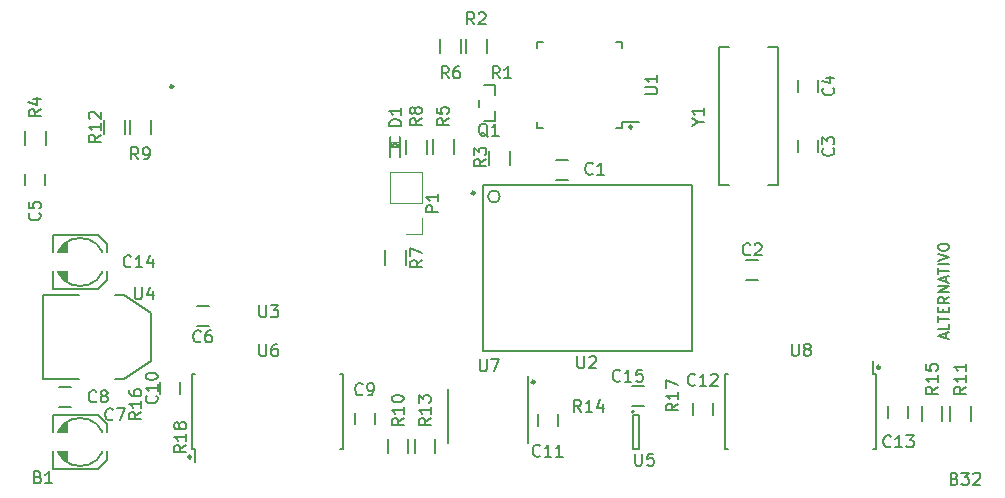
<source format=gbr>
G04 #@! TF.GenerationSoftware,KiCad,Pcbnew,5.1.10*
G04 #@! TF.CreationDate,2021-10-31T11:36:16+01:00*
G04 #@! TF.ProjectId,mega-wifi,6d656761-2d77-4696-9669-2e6b69636164,A1*
G04 #@! TF.SameCoordinates,Original*
G04 #@! TF.FileFunction,Legend,Top*
G04 #@! TF.FilePolarity,Positive*
%FSLAX46Y46*%
G04 Gerber Fmt 4.6, Leading zero omitted, Abs format (unit mm)*
G04 Created by KiCad (PCBNEW 5.1.10) date 2021-10-31 11:36:16*
%MOMM*%
%LPD*%
G01*
G04 APERTURE LIST*
%ADD10C,0.203200*%
%ADD11C,0.254000*%
%ADD12C,0.120000*%
%ADD13C,0.150000*%
%ADD14C,0.152400*%
%ADD15C,0.010000*%
%ADD16O,1.700000X1.700000*%
%ADD17C,1.700000*%
%ADD18O,1.100000X2.400000*%
%ADD19R,2.400000X1.100000*%
%ADD20O,2.400000X1.100000*%
%ADD21R,1.300000X0.700000*%
%ADD22R,1.250000X1.000000*%
%ADD23R,1.270000X0.279400*%
%ADD24R,1.000000X1.250000*%
%ADD25R,0.285000X1.000000*%
%ADD26R,0.400000X1.000000*%
%ADD27C,6.223000*%
%ADD28R,0.797560X0.797560*%
%ADD29R,1.000760X0.599440*%
%ADD30R,2.032000X3.657600*%
%ADD31R,2.032000X1.016000*%
%ADD32R,1.300000X0.250000*%
%ADD33R,0.250000X1.300000*%
%ADD34R,2.100580X5.600700*%
%ADD35R,2.600960X1.600200*%
%ADD36R,1.778000X6.985000*%
%ADD37R,1.060000X0.650000*%
%ADD38R,1.250000X1.380000*%
%ADD39C,0.100000*%
G04 APERTURE END LIST*
D10*
X183889952Y-120577428D02*
X184035095Y-120625809D01*
X184083476Y-120674190D01*
X184131857Y-120770952D01*
X184131857Y-120916095D01*
X184083476Y-121012857D01*
X184035095Y-121061238D01*
X183938333Y-121109619D01*
X183551285Y-121109619D01*
X183551285Y-120093619D01*
X183889952Y-120093619D01*
X183986714Y-120142000D01*
X184035095Y-120190380D01*
X184083476Y-120287142D01*
X184083476Y-120383904D01*
X184035095Y-120480666D01*
X183986714Y-120529047D01*
X183889952Y-120577428D01*
X183551285Y-120577428D01*
X184470523Y-120093619D02*
X185099476Y-120093619D01*
X184760809Y-120480666D01*
X184905952Y-120480666D01*
X185002714Y-120529047D01*
X185051095Y-120577428D01*
X185099476Y-120674190D01*
X185099476Y-120916095D01*
X185051095Y-121012857D01*
X185002714Y-121061238D01*
X184905952Y-121109619D01*
X184615666Y-121109619D01*
X184518904Y-121061238D01*
X184470523Y-121012857D01*
X185486523Y-120190380D02*
X185534904Y-120142000D01*
X185631666Y-120093619D01*
X185873571Y-120093619D01*
X185970333Y-120142000D01*
X186018714Y-120190380D01*
X186067095Y-120287142D01*
X186067095Y-120383904D01*
X186018714Y-120529047D01*
X185438142Y-121109619D01*
X186067095Y-121109619D01*
X106268761Y-120450428D02*
X106413904Y-120498809D01*
X106462285Y-120547190D01*
X106510666Y-120643952D01*
X106510666Y-120789095D01*
X106462285Y-120885857D01*
X106413904Y-120934238D01*
X106317142Y-120982619D01*
X105930095Y-120982619D01*
X105930095Y-119966619D01*
X106268761Y-119966619D01*
X106365523Y-120015000D01*
X106413904Y-120063380D01*
X106462285Y-120160142D01*
X106462285Y-120256904D01*
X106413904Y-120353666D01*
X106365523Y-120402047D01*
X106268761Y-120450428D01*
X105930095Y-120450428D01*
X107478285Y-120982619D02*
X106897714Y-120982619D01*
X107188000Y-120982619D02*
X107188000Y-119966619D01*
X107091238Y-120111761D01*
X106994476Y-120208523D01*
X106897714Y-120256904D01*
D11*
X117729000Y-87376000D02*
G75*
G03*
X117729000Y-87376000I-127000J0D01*
G01*
X156591000Y-90805000D02*
G75*
G03*
X156591000Y-90805000I-127000J0D01*
G01*
X143256000Y-96393000D02*
G75*
G03*
X143256000Y-96393000I-127000J0D01*
G01*
X177571400Y-111150400D02*
G75*
G03*
X177571400Y-111150400I-127000J0D01*
G01*
X148336000Y-112395000D02*
G75*
G03*
X148336000Y-112395000I-127000J0D01*
G01*
X119253000Y-118745000D02*
G75*
G03*
X119253000Y-118745000I-127000J0D01*
G01*
D12*
X138756700Y-94631200D02*
X136096700Y-94631200D01*
X138756700Y-97231200D02*
X138756700Y-94631200D01*
X136096700Y-97231200D02*
X136096700Y-94631200D01*
X138756700Y-97231200D02*
X136096700Y-97231200D01*
X138756700Y-98501200D02*
X138756700Y-99831200D01*
X138756700Y-99831200D02*
X137426700Y-99831200D01*
D13*
X111901000Y-91405000D02*
X111901000Y-90205000D01*
X113651000Y-90205000D02*
X113651000Y-91405000D01*
X114060000Y-91405000D02*
X114060000Y-90205000D01*
X115810000Y-90205000D02*
X115810000Y-91405000D01*
X137428000Y-93068700D02*
X137428000Y-91868700D01*
X139178000Y-91868700D02*
X139178000Y-93068700D01*
X161710000Y-114181000D02*
X161710000Y-115181000D01*
X163410000Y-115181000D02*
X163410000Y-114181000D01*
X145391041Y-96686897D02*
G75*
G03*
X145391041Y-96686897I-508000J0D01*
G01*
X161647041Y-95738897D02*
X161647041Y-109738897D01*
X161647041Y-109738897D02*
X143994041Y-109738897D01*
X143994041Y-95738897D02*
X143994041Y-109738897D01*
X143994041Y-95738897D02*
X161647041Y-95738897D01*
X167225600Y-102096200D02*
X166225600Y-102096200D01*
X166225600Y-103796200D02*
X167225600Y-103796200D01*
X119355000Y-118110000D02*
X119612500Y-118110000D01*
X119355000Y-111760000D02*
X119612500Y-111760000D01*
X132105000Y-111760000D02*
X131847500Y-111760000D01*
X132105000Y-118110000D02*
X131847500Y-118110000D01*
X119355000Y-118110000D02*
X119355000Y-111760000D01*
X132105000Y-118110000D02*
X132105000Y-111760000D01*
X119612500Y-118110000D02*
X119612500Y-119185000D01*
X147762166Y-112947334D02*
X147737166Y-112947334D01*
X147762166Y-117597334D02*
X147737166Y-117597334D01*
X141012166Y-117597334D02*
X141037166Y-117597334D01*
X141012166Y-112947334D02*
X141037166Y-112947334D01*
X147762166Y-112947334D02*
X147762166Y-117597334D01*
X141012166Y-112947334D02*
X141012166Y-117597334D01*
X147737166Y-112947334D02*
X147737166Y-111872334D01*
X108085000Y-114515000D02*
X109085000Y-114515000D01*
X109085000Y-112815000D02*
X108085000Y-112815000D01*
X133109600Y-114993800D02*
X133109600Y-115993800D01*
X134809600Y-115993800D02*
X134809600Y-114993800D01*
X116625000Y-112435000D02*
X116625000Y-113435000D01*
X118325000Y-113435000D02*
X118325000Y-112435000D01*
X148590900Y-115124100D02*
X148590900Y-116124100D01*
X150290900Y-116124100D02*
X150290900Y-115124100D01*
X178220000Y-114435000D02*
X178220000Y-115435000D01*
X179920000Y-115435000D02*
X179920000Y-114435000D01*
X150147400Y-95287200D02*
X151147400Y-95287200D01*
X151147400Y-93587200D02*
X150147400Y-93587200D01*
X172342956Y-92908816D02*
X172342956Y-91908816D01*
X170642956Y-91908816D02*
X170642956Y-92908816D01*
X170642956Y-86828816D02*
X170642956Y-87828816D01*
X172342956Y-87828816D02*
X172342956Y-86828816D01*
X120753000Y-105957000D02*
X119753000Y-105957000D01*
X119753000Y-107657000D02*
X120753000Y-107657000D01*
X136075420Y-92069920D02*
X136974580Y-92069920D01*
X136974580Y-92069920D02*
X136974580Y-91671140D01*
X136075420Y-91671140D02*
X136974580Y-91671140D01*
X136075420Y-92069920D02*
X136075420Y-91671140D01*
X136075420Y-93367860D02*
X136974580Y-93367860D01*
X136974580Y-93367860D02*
X136974580Y-92969080D01*
X136075420Y-92969080D02*
X136974580Y-92969080D01*
X136075420Y-93367860D02*
X136075420Y-92969080D01*
X136075420Y-92519500D02*
X136225280Y-92519500D01*
X136225280Y-92519500D02*
X136225280Y-92219780D01*
X136075420Y-92219780D02*
X136225280Y-92219780D01*
X136075420Y-92519500D02*
X136075420Y-92219780D01*
X136824720Y-92519500D02*
X136974580Y-92519500D01*
X136974580Y-92519500D02*
X136974580Y-92219780D01*
X136824720Y-92219780D02*
X136974580Y-92219780D01*
X136824720Y-92519500D02*
X136824720Y-92219780D01*
X136375140Y-92519500D02*
X136674860Y-92519500D01*
X136674860Y-92519500D02*
X136674860Y-92219780D01*
X136375140Y-92219780D02*
X136674860Y-92219780D01*
X136375140Y-92519500D02*
X136375140Y-92219780D01*
X136126220Y-92069920D02*
X136126220Y-92969080D01*
X136923780Y-92069920D02*
X136923780Y-92969080D01*
X144086942Y-87289548D02*
X144986942Y-87289548D01*
X144986942Y-87289548D02*
X144986942Y-88089548D01*
X144086942Y-90289548D02*
X144986942Y-90289548D01*
X144986942Y-90289548D02*
X144986942Y-89489548D01*
X143586942Y-89089548D02*
X143586942Y-88489548D01*
X185288345Y-114462813D02*
X185288345Y-115662813D01*
X183538345Y-115662813D02*
X183538345Y-114462813D01*
X139714000Y-93056000D02*
X139714000Y-91856000D01*
X141464000Y-91856000D02*
X141464000Y-93056000D01*
X181099945Y-115662813D02*
X181099945Y-114462813D01*
X182849945Y-114462813D02*
X182849945Y-115662813D01*
X140349000Y-84547000D02*
X140349000Y-83347000D01*
X142099000Y-83347000D02*
X142099000Y-84547000D01*
X142523448Y-84519734D02*
X142523448Y-83319734D01*
X144273448Y-83319734D02*
X144273448Y-84519734D01*
X146213800Y-92821200D02*
X146213800Y-94021200D01*
X144463800Y-94021200D02*
X144463800Y-92821200D01*
X137400000Y-101254000D02*
X137400000Y-102454000D01*
X135650000Y-102454000D02*
X135650000Y-101254000D01*
X109728000Y-105029000D02*
X106680000Y-105029000D01*
X106680000Y-105029000D02*
X106680000Y-112141000D01*
X106680000Y-112141000D02*
X109728000Y-112141000D01*
X112776000Y-105029000D02*
X113538000Y-105029000D01*
X113538000Y-105029000D02*
X115824000Y-106553000D01*
X115824000Y-106553000D02*
X115824000Y-110617000D01*
X115824000Y-110617000D02*
X113538000Y-112141000D01*
X113538000Y-112141000D02*
X112776000Y-112141000D01*
X177225000Y-111700000D02*
X176967500Y-111700000D01*
X177225000Y-118050000D02*
X176967500Y-118050000D01*
X164475000Y-118050000D02*
X164732500Y-118050000D01*
X164475000Y-111700000D02*
X164732500Y-111700000D01*
X177225000Y-111700000D02*
X177225000Y-118050000D01*
X164475000Y-111700000D02*
X164475000Y-118050000D01*
X176967500Y-111700000D02*
X176967500Y-110625000D01*
X155771000Y-90874000D02*
X155771000Y-90349000D01*
X148521000Y-90874000D02*
X148521000Y-90349000D01*
X148521000Y-83624000D02*
X148521000Y-84149000D01*
X155771000Y-83624000D02*
X155771000Y-84149000D01*
X155771000Y-90874000D02*
X155246000Y-90874000D01*
X155771000Y-83624000D02*
X155246000Y-83624000D01*
X148521000Y-83624000D02*
X149046000Y-83624000D01*
X148521000Y-90874000D02*
X149046000Y-90874000D01*
X155771000Y-90349000D02*
X157146000Y-90349000D01*
X168912316Y-95718436D02*
X168912316Y-84019196D01*
X163913596Y-84019196D02*
X163913596Y-95718436D01*
X168912316Y-84019196D02*
X168063956Y-84019196D01*
X163913596Y-84019196D02*
X164761956Y-84019196D01*
X168912316Y-95718436D02*
X168063956Y-95718436D01*
X163913596Y-95718436D02*
X164761956Y-95718436D01*
X111506000Y-117475000D02*
X110744000Y-117475000D01*
X111125000Y-117094000D02*
X111125000Y-117856000D01*
X111379000Y-119761000D02*
X107569000Y-119761000D01*
X112141000Y-115951000D02*
X112141000Y-118999000D01*
X111379000Y-119761000D02*
X112141000Y-118999000D01*
X111379000Y-115189000D02*
X107569000Y-115189000D01*
X111379000Y-115189000D02*
X112141000Y-115951000D01*
X107823000Y-117602000D02*
X107823000Y-117348000D01*
X107950000Y-116840000D02*
X107950000Y-118110000D01*
X108077000Y-118364000D02*
X108077000Y-116586000D01*
X108204000Y-118618000D02*
X108204000Y-116332000D01*
X108331000Y-116205000D02*
X108331000Y-118745000D01*
X108458000Y-118872000D02*
X108458000Y-116078000D01*
X108585000Y-115951000D02*
X108585000Y-118999000D01*
X108712000Y-115824000D02*
X108712000Y-119126000D01*
X111887000Y-117475000D02*
G75*
G03*
X111887000Y-117475000I-2032000J0D01*
G01*
X107569000Y-115189000D02*
X107569000Y-119761000D01*
X111506000Y-102235000D02*
X110744000Y-102235000D01*
X111125000Y-101854000D02*
X111125000Y-102616000D01*
X111379000Y-104521000D02*
X107569000Y-104521000D01*
X112141000Y-100711000D02*
X112141000Y-103759000D01*
X111379000Y-104521000D02*
X112141000Y-103759000D01*
X111379000Y-99949000D02*
X107569000Y-99949000D01*
X111379000Y-99949000D02*
X112141000Y-100711000D01*
X107823000Y-102362000D02*
X107823000Y-102108000D01*
X107950000Y-101600000D02*
X107950000Y-102870000D01*
X108077000Y-103124000D02*
X108077000Y-101346000D01*
X108204000Y-103378000D02*
X108204000Y-101092000D01*
X108331000Y-100965000D02*
X108331000Y-103505000D01*
X108458000Y-103632000D02*
X108458000Y-100838000D01*
X108585000Y-100711000D02*
X108585000Y-103759000D01*
X108712000Y-100584000D02*
X108712000Y-103886000D01*
X111887000Y-102235000D02*
G75*
G03*
X111887000Y-102235000I-2032000J0D01*
G01*
X107569000Y-99949000D02*
X107569000Y-104521000D01*
X156729000Y-114911400D02*
G75*
G03*
X156729000Y-114911400I-100000J0D01*
G01*
X157179000Y-115161400D02*
X156679000Y-115161400D01*
X157179000Y-118061400D02*
X157179000Y-115161400D01*
X156679000Y-118061400D02*
X157179000Y-118061400D01*
X156679000Y-115161400D02*
X156679000Y-118061400D01*
X156599000Y-114413400D02*
X157599000Y-114413400D01*
X157599000Y-112713400D02*
X156599000Y-112713400D01*
X106895000Y-95750000D02*
X106895000Y-94750000D01*
X105195000Y-94750000D02*
X105195000Y-95750000D01*
X137628600Y-117230600D02*
X137628600Y-118430600D01*
X135878600Y-118430600D02*
X135878600Y-117230600D01*
X138164600Y-118430600D02*
X138164600Y-117230600D01*
X139914600Y-117230600D02*
X139914600Y-118430600D01*
X106920000Y-91155000D02*
X106920000Y-92355000D01*
X105170000Y-92355000D02*
X105170000Y-91155000D01*
D14*
X140159619Y-98031904D02*
X139143619Y-98031904D01*
X139143619Y-97644857D01*
X139192000Y-97548095D01*
X139240380Y-97499714D01*
X139337142Y-97451333D01*
X139482285Y-97451333D01*
X139579047Y-97499714D01*
X139627428Y-97548095D01*
X139675809Y-97644857D01*
X139675809Y-98031904D01*
X140159619Y-96483714D02*
X140159619Y-97064285D01*
X140159619Y-96774000D02*
X139143619Y-96774000D01*
X139288761Y-96870761D01*
X139385523Y-96967523D01*
X139433904Y-97064285D01*
D10*
X125032104Y-105895019D02*
X125032104Y-106717495D01*
X125080485Y-106814257D01*
X125128866Y-106862638D01*
X125225628Y-106911019D01*
X125419152Y-106911019D01*
X125515914Y-106862638D01*
X125564295Y-106814257D01*
X125612676Y-106717495D01*
X125612676Y-105895019D01*
X125999723Y-105895019D02*
X126628676Y-105895019D01*
X126290009Y-106282066D01*
X126435152Y-106282066D01*
X126531914Y-106330447D01*
X126580295Y-106378828D01*
X126628676Y-106475590D01*
X126628676Y-106717495D01*
X126580295Y-106814257D01*
X126531914Y-106862638D01*
X126435152Y-106911019D01*
X126144866Y-106911019D01*
X126048104Y-106862638D01*
X125999723Y-106814257D01*
X111584619Y-91458142D02*
X111100809Y-91796809D01*
X111584619Y-92038714D02*
X110568619Y-92038714D01*
X110568619Y-91651666D01*
X110617000Y-91554904D01*
X110665380Y-91506523D01*
X110762142Y-91458142D01*
X110907285Y-91458142D01*
X111004047Y-91506523D01*
X111052428Y-91554904D01*
X111100809Y-91651666D01*
X111100809Y-92038714D01*
X111584619Y-90490523D02*
X111584619Y-91071095D01*
X111584619Y-90780809D02*
X110568619Y-90780809D01*
X110713761Y-90877571D01*
X110810523Y-90974333D01*
X110858904Y-91071095D01*
X110665380Y-90103476D02*
X110617000Y-90055095D01*
X110568619Y-89958333D01*
X110568619Y-89716428D01*
X110617000Y-89619666D01*
X110665380Y-89571285D01*
X110762142Y-89522904D01*
X110858904Y-89522904D01*
X111004047Y-89571285D01*
X111584619Y-90151857D01*
X111584619Y-89522904D01*
X114765666Y-93550619D02*
X114427000Y-93066809D01*
X114185095Y-93550619D02*
X114185095Y-92534619D01*
X114572142Y-92534619D01*
X114668904Y-92583000D01*
X114717285Y-92631380D01*
X114765666Y-92728142D01*
X114765666Y-92873285D01*
X114717285Y-92970047D01*
X114668904Y-93018428D01*
X114572142Y-93066809D01*
X114185095Y-93066809D01*
X115249476Y-93550619D02*
X115443000Y-93550619D01*
X115539761Y-93502238D01*
X115588142Y-93453857D01*
X115684904Y-93308714D01*
X115733285Y-93115190D01*
X115733285Y-92728142D01*
X115684904Y-92631380D01*
X115636523Y-92583000D01*
X115539761Y-92534619D01*
X115346238Y-92534619D01*
X115249476Y-92583000D01*
X115201095Y-92631380D01*
X115152714Y-92728142D01*
X115152714Y-92970047D01*
X115201095Y-93066809D01*
X115249476Y-93115190D01*
X115346238Y-93163571D01*
X115539761Y-93163571D01*
X115636523Y-93115190D01*
X115684904Y-93066809D01*
X115733285Y-92970047D01*
X138762619Y-90085333D02*
X138278809Y-90424000D01*
X138762619Y-90665904D02*
X137746619Y-90665904D01*
X137746619Y-90278857D01*
X137795000Y-90182095D01*
X137843380Y-90133714D01*
X137940142Y-90085333D01*
X138085285Y-90085333D01*
X138182047Y-90133714D01*
X138230428Y-90182095D01*
X138278809Y-90278857D01*
X138278809Y-90665904D01*
X138182047Y-89504761D02*
X138133666Y-89601523D01*
X138085285Y-89649904D01*
X137988523Y-89698285D01*
X137940142Y-89698285D01*
X137843380Y-89649904D01*
X137795000Y-89601523D01*
X137746619Y-89504761D01*
X137746619Y-89311238D01*
X137795000Y-89214476D01*
X137843380Y-89166095D01*
X137940142Y-89117714D01*
X137988523Y-89117714D01*
X138085285Y-89166095D01*
X138133666Y-89214476D01*
X138182047Y-89311238D01*
X138182047Y-89504761D01*
X138230428Y-89601523D01*
X138278809Y-89649904D01*
X138375571Y-89698285D01*
X138569095Y-89698285D01*
X138665857Y-89649904D01*
X138714238Y-89601523D01*
X138762619Y-89504761D01*
X138762619Y-89311238D01*
X138714238Y-89214476D01*
X138665857Y-89166095D01*
X138569095Y-89117714D01*
X138375571Y-89117714D01*
X138278809Y-89166095D01*
X138230428Y-89214476D01*
X138182047Y-89311238D01*
X161906857Y-112630857D02*
X161858476Y-112679238D01*
X161713333Y-112727619D01*
X161616571Y-112727619D01*
X161471428Y-112679238D01*
X161374666Y-112582476D01*
X161326285Y-112485714D01*
X161277904Y-112292190D01*
X161277904Y-112147047D01*
X161326285Y-111953523D01*
X161374666Y-111856761D01*
X161471428Y-111760000D01*
X161616571Y-111711619D01*
X161713333Y-111711619D01*
X161858476Y-111760000D01*
X161906857Y-111808380D01*
X162874476Y-112727619D02*
X162293904Y-112727619D01*
X162584190Y-112727619D02*
X162584190Y-111711619D01*
X162487428Y-111856761D01*
X162390666Y-111953523D01*
X162293904Y-112001904D01*
X163261523Y-111808380D02*
X163309904Y-111760000D01*
X163406666Y-111711619D01*
X163648571Y-111711619D01*
X163745333Y-111760000D01*
X163793714Y-111808380D01*
X163842095Y-111905142D01*
X163842095Y-112001904D01*
X163793714Y-112147047D01*
X163213142Y-112727619D01*
X163842095Y-112727619D01*
X151956104Y-110213019D02*
X151956104Y-111035495D01*
X152004485Y-111132257D01*
X152052866Y-111180638D01*
X152149628Y-111229019D01*
X152343152Y-111229019D01*
X152439914Y-111180638D01*
X152488295Y-111132257D01*
X152536676Y-111035495D01*
X152536676Y-110213019D01*
X152972104Y-110309780D02*
X153020485Y-110261400D01*
X153117247Y-110213019D01*
X153359152Y-110213019D01*
X153455914Y-110261400D01*
X153504295Y-110309780D01*
X153552676Y-110406542D01*
X153552676Y-110503304D01*
X153504295Y-110648447D01*
X152923723Y-111229019D01*
X153552676Y-111229019D01*
X166581666Y-101581857D02*
X166533285Y-101630238D01*
X166388142Y-101678619D01*
X166291380Y-101678619D01*
X166146238Y-101630238D01*
X166049476Y-101533476D01*
X166001095Y-101436714D01*
X165952714Y-101243190D01*
X165952714Y-101098047D01*
X166001095Y-100904523D01*
X166049476Y-100807761D01*
X166146238Y-100711000D01*
X166291380Y-100662619D01*
X166388142Y-100662619D01*
X166533285Y-100711000D01*
X166581666Y-100759380D01*
X166968714Y-100759380D02*
X167017095Y-100711000D01*
X167113857Y-100662619D01*
X167355761Y-100662619D01*
X167452523Y-100711000D01*
X167500904Y-100759380D01*
X167549285Y-100856142D01*
X167549285Y-100952904D01*
X167500904Y-101098047D01*
X166920333Y-101678619D01*
X167549285Y-101678619D01*
X125032104Y-109197019D02*
X125032104Y-110019495D01*
X125080485Y-110116257D01*
X125128866Y-110164638D01*
X125225628Y-110213019D01*
X125419152Y-110213019D01*
X125515914Y-110164638D01*
X125564295Y-110116257D01*
X125612676Y-110019495D01*
X125612676Y-109197019D01*
X126531914Y-109197019D02*
X126338390Y-109197019D01*
X126241628Y-109245400D01*
X126193247Y-109293780D01*
X126096485Y-109438923D01*
X126048104Y-109632447D01*
X126048104Y-110019495D01*
X126096485Y-110116257D01*
X126144866Y-110164638D01*
X126241628Y-110213019D01*
X126435152Y-110213019D01*
X126531914Y-110164638D01*
X126580295Y-110116257D01*
X126628676Y-110019495D01*
X126628676Y-109777590D01*
X126580295Y-109680828D01*
X126531914Y-109632447D01*
X126435152Y-109584066D01*
X126241628Y-109584066D01*
X126144866Y-109632447D01*
X126096485Y-109680828D01*
X126048104Y-109777590D01*
X143701104Y-110467019D02*
X143701104Y-111289495D01*
X143749485Y-111386257D01*
X143797866Y-111434638D01*
X143894628Y-111483019D01*
X144088152Y-111483019D01*
X144184914Y-111434638D01*
X144233295Y-111386257D01*
X144281676Y-111289495D01*
X144281676Y-110467019D01*
X144668723Y-110467019D02*
X145346057Y-110467019D01*
X144910628Y-111483019D01*
X111209666Y-114027857D02*
X111161285Y-114076238D01*
X111016142Y-114124619D01*
X110919380Y-114124619D01*
X110774238Y-114076238D01*
X110677476Y-113979476D01*
X110629095Y-113882714D01*
X110580714Y-113689190D01*
X110580714Y-113544047D01*
X110629095Y-113350523D01*
X110677476Y-113253761D01*
X110774238Y-113157000D01*
X110919380Y-113108619D01*
X111016142Y-113108619D01*
X111161285Y-113157000D01*
X111209666Y-113205380D01*
X111790238Y-113544047D02*
X111693476Y-113495666D01*
X111645095Y-113447285D01*
X111596714Y-113350523D01*
X111596714Y-113302142D01*
X111645095Y-113205380D01*
X111693476Y-113157000D01*
X111790238Y-113108619D01*
X111983761Y-113108619D01*
X112080523Y-113157000D01*
X112128904Y-113205380D01*
X112177285Y-113302142D01*
X112177285Y-113350523D01*
X112128904Y-113447285D01*
X112080523Y-113495666D01*
X111983761Y-113544047D01*
X111790238Y-113544047D01*
X111693476Y-113592428D01*
X111645095Y-113640809D01*
X111596714Y-113737571D01*
X111596714Y-113931095D01*
X111645095Y-114027857D01*
X111693476Y-114076238D01*
X111790238Y-114124619D01*
X111983761Y-114124619D01*
X112080523Y-114076238D01*
X112128904Y-114027857D01*
X112177285Y-113931095D01*
X112177285Y-113737571D01*
X112128904Y-113640809D01*
X112080523Y-113592428D01*
X111983761Y-113544047D01*
X133764866Y-113418257D02*
X133716485Y-113466638D01*
X133571342Y-113515019D01*
X133474580Y-113515019D01*
X133329438Y-113466638D01*
X133232676Y-113369876D01*
X133184295Y-113273114D01*
X133135914Y-113079590D01*
X133135914Y-112934447D01*
X133184295Y-112740923D01*
X133232676Y-112644161D01*
X133329438Y-112547400D01*
X133474580Y-112499019D01*
X133571342Y-112499019D01*
X133716485Y-112547400D01*
X133764866Y-112595780D01*
X134248676Y-113515019D02*
X134442200Y-113515019D01*
X134538961Y-113466638D01*
X134587342Y-113418257D01*
X134684104Y-113273114D01*
X134732485Y-113079590D01*
X134732485Y-112692542D01*
X134684104Y-112595780D01*
X134635723Y-112547400D01*
X134538961Y-112499019D01*
X134345438Y-112499019D01*
X134248676Y-112547400D01*
X134200295Y-112595780D01*
X134151914Y-112692542D01*
X134151914Y-112934447D01*
X134200295Y-113031209D01*
X134248676Y-113079590D01*
X134345438Y-113127971D01*
X134538961Y-113127971D01*
X134635723Y-113079590D01*
X134684104Y-113031209D01*
X134732485Y-112934447D01*
X116313857Y-113556142D02*
X116362238Y-113604523D01*
X116410619Y-113749666D01*
X116410619Y-113846428D01*
X116362238Y-113991571D01*
X116265476Y-114088333D01*
X116168714Y-114136714D01*
X115975190Y-114185095D01*
X115830047Y-114185095D01*
X115636523Y-114136714D01*
X115539761Y-114088333D01*
X115443000Y-113991571D01*
X115394619Y-113846428D01*
X115394619Y-113749666D01*
X115443000Y-113604523D01*
X115491380Y-113556142D01*
X116410619Y-112588523D02*
X116410619Y-113169095D01*
X116410619Y-112878809D02*
X115394619Y-112878809D01*
X115539761Y-112975571D01*
X115636523Y-113072333D01*
X115684904Y-113169095D01*
X115394619Y-111959571D02*
X115394619Y-111862809D01*
X115443000Y-111766047D01*
X115491380Y-111717666D01*
X115588142Y-111669285D01*
X115781666Y-111620904D01*
X116023571Y-111620904D01*
X116217095Y-111669285D01*
X116313857Y-111717666D01*
X116362238Y-111766047D01*
X116410619Y-111862809D01*
X116410619Y-111959571D01*
X116362238Y-112056333D01*
X116313857Y-112104714D01*
X116217095Y-112153095D01*
X116023571Y-112201476D01*
X115781666Y-112201476D01*
X115588142Y-112153095D01*
X115491380Y-112104714D01*
X115443000Y-112056333D01*
X115394619Y-111959571D01*
X148783829Y-118621859D02*
X148735448Y-118670240D01*
X148590305Y-118718621D01*
X148493543Y-118718621D01*
X148348400Y-118670240D01*
X148251638Y-118573478D01*
X148203257Y-118476716D01*
X148154876Y-118283192D01*
X148154876Y-118138049D01*
X148203257Y-117944525D01*
X148251638Y-117847763D01*
X148348400Y-117751002D01*
X148493543Y-117702621D01*
X148590305Y-117702621D01*
X148735448Y-117751002D01*
X148783829Y-117799382D01*
X149751448Y-118718621D02*
X149170876Y-118718621D01*
X149461162Y-118718621D02*
X149461162Y-117702621D01*
X149364400Y-117847763D01*
X149267638Y-117944525D01*
X149170876Y-117992906D01*
X150719067Y-118718621D02*
X150138495Y-118718621D01*
X150428781Y-118718621D02*
X150428781Y-117702621D01*
X150332019Y-117847763D01*
X150235257Y-117944525D01*
X150138495Y-117992906D01*
X178493057Y-117837857D02*
X178444676Y-117886238D01*
X178299533Y-117934619D01*
X178202771Y-117934619D01*
X178057628Y-117886238D01*
X177960866Y-117789476D01*
X177912485Y-117692714D01*
X177864104Y-117499190D01*
X177864104Y-117354047D01*
X177912485Y-117160523D01*
X177960866Y-117063761D01*
X178057628Y-116967000D01*
X178202771Y-116918619D01*
X178299533Y-116918619D01*
X178444676Y-116967000D01*
X178493057Y-117015380D01*
X179460676Y-117934619D02*
X178880104Y-117934619D01*
X179170390Y-117934619D02*
X179170390Y-116918619D01*
X179073628Y-117063761D01*
X178976866Y-117160523D01*
X178880104Y-117208904D01*
X179799342Y-116918619D02*
X180428295Y-116918619D01*
X180089628Y-117305666D01*
X180234771Y-117305666D01*
X180331533Y-117354047D01*
X180379914Y-117402428D01*
X180428295Y-117499190D01*
X180428295Y-117741095D01*
X180379914Y-117837857D01*
X180331533Y-117886238D01*
X180234771Y-117934619D01*
X179944485Y-117934619D01*
X179847723Y-117886238D01*
X179799342Y-117837857D01*
X153246666Y-94749257D02*
X153198285Y-94797638D01*
X153053142Y-94846019D01*
X152956380Y-94846019D01*
X152811238Y-94797638D01*
X152714476Y-94700876D01*
X152666095Y-94604114D01*
X152617714Y-94410590D01*
X152617714Y-94265447D01*
X152666095Y-94071923D01*
X152714476Y-93975161D01*
X152811238Y-93878400D01*
X152956380Y-93830019D01*
X153053142Y-93830019D01*
X153198285Y-93878400D01*
X153246666Y-93926780D01*
X154214285Y-94846019D02*
X153633714Y-94846019D01*
X153924000Y-94846019D02*
X153924000Y-93830019D01*
X153827238Y-93975161D01*
X153730476Y-94071923D01*
X153633714Y-94120304D01*
X173590857Y-92625333D02*
X173639238Y-92673714D01*
X173687619Y-92818857D01*
X173687619Y-92915619D01*
X173639238Y-93060761D01*
X173542476Y-93157523D01*
X173445714Y-93205904D01*
X173252190Y-93254285D01*
X173107047Y-93254285D01*
X172913523Y-93205904D01*
X172816761Y-93157523D01*
X172720000Y-93060761D01*
X172671619Y-92915619D01*
X172671619Y-92818857D01*
X172720000Y-92673714D01*
X172768380Y-92625333D01*
X172671619Y-92286666D02*
X172671619Y-91657714D01*
X173058666Y-91996380D01*
X173058666Y-91851238D01*
X173107047Y-91754476D01*
X173155428Y-91706095D01*
X173252190Y-91657714D01*
X173494095Y-91657714D01*
X173590857Y-91706095D01*
X173639238Y-91754476D01*
X173687619Y-91851238D01*
X173687619Y-92141523D01*
X173639238Y-92238285D01*
X173590857Y-92286666D01*
X173590857Y-87498149D02*
X173639238Y-87546530D01*
X173687619Y-87691673D01*
X173687619Y-87788435D01*
X173639238Y-87933577D01*
X173542476Y-88030339D01*
X173445714Y-88078720D01*
X173252190Y-88127101D01*
X173107047Y-88127101D01*
X172913523Y-88078720D01*
X172816761Y-88030339D01*
X172720000Y-87933577D01*
X172671619Y-87788435D01*
X172671619Y-87691673D01*
X172720000Y-87546530D01*
X172768380Y-87498149D01*
X173010285Y-86627292D02*
X173687619Y-86627292D01*
X172623238Y-86869196D02*
X173348952Y-87111101D01*
X173348952Y-86482149D01*
X120058266Y-108947857D02*
X120009885Y-108996238D01*
X119864742Y-109044619D01*
X119767980Y-109044619D01*
X119622838Y-108996238D01*
X119526076Y-108899476D01*
X119477695Y-108802714D01*
X119429314Y-108609190D01*
X119429314Y-108464047D01*
X119477695Y-108270523D01*
X119526076Y-108173761D01*
X119622838Y-108077000D01*
X119767980Y-108028619D01*
X119864742Y-108028619D01*
X120009885Y-108077000D01*
X120058266Y-108125380D01*
X120929123Y-108028619D02*
X120735600Y-108028619D01*
X120638838Y-108077000D01*
X120590457Y-108125380D01*
X120493695Y-108270523D01*
X120445314Y-108464047D01*
X120445314Y-108851095D01*
X120493695Y-108947857D01*
X120542076Y-108996238D01*
X120638838Y-109044619D01*
X120832361Y-109044619D01*
X120929123Y-108996238D01*
X120977504Y-108947857D01*
X121025885Y-108851095D01*
X121025885Y-108609190D01*
X120977504Y-108512428D01*
X120929123Y-108464047D01*
X120832361Y-108415666D01*
X120638838Y-108415666D01*
X120542076Y-108464047D01*
X120493695Y-108512428D01*
X120445314Y-108609190D01*
X137035419Y-90729404D02*
X136019419Y-90729404D01*
X136019419Y-90487500D01*
X136067800Y-90342357D01*
X136164561Y-90245595D01*
X136261323Y-90197214D01*
X136454847Y-90148833D01*
X136599990Y-90148833D01*
X136793514Y-90197214D01*
X136890276Y-90245595D01*
X136987038Y-90342357D01*
X137035419Y-90487500D01*
X137035419Y-90729404D01*
X137035419Y-89181214D02*
X137035419Y-89761785D01*
X137035419Y-89471500D02*
X136019419Y-89471500D01*
X136164561Y-89568261D01*
X136261323Y-89665023D01*
X136309704Y-89761785D01*
X144365738Y-91640780D02*
X144268976Y-91592400D01*
X144172214Y-91495638D01*
X144027071Y-91350495D01*
X143930309Y-91302114D01*
X143833547Y-91302114D01*
X143881928Y-91544019D02*
X143785166Y-91495638D01*
X143688404Y-91398876D01*
X143640023Y-91205352D01*
X143640023Y-90866685D01*
X143688404Y-90673161D01*
X143785166Y-90576400D01*
X143881928Y-90528019D01*
X144075452Y-90528019D01*
X144172214Y-90576400D01*
X144268976Y-90673161D01*
X144317357Y-90866685D01*
X144317357Y-91205352D01*
X144268976Y-91398876D01*
X144172214Y-91495638D01*
X144075452Y-91544019D01*
X143881928Y-91544019D01*
X145284976Y-91544019D02*
X144704404Y-91544019D01*
X144994690Y-91544019D02*
X144994690Y-90528019D01*
X144897928Y-90673161D01*
X144801166Y-90769923D01*
X144704404Y-90818304D01*
X184863619Y-112794142D02*
X184379809Y-113132809D01*
X184863619Y-113374714D02*
X183847619Y-113374714D01*
X183847619Y-112987666D01*
X183896000Y-112890904D01*
X183944380Y-112842523D01*
X184041142Y-112794142D01*
X184186285Y-112794142D01*
X184283047Y-112842523D01*
X184331428Y-112890904D01*
X184379809Y-112987666D01*
X184379809Y-113374714D01*
X184863619Y-111826523D02*
X184863619Y-112407095D01*
X184863619Y-112116809D02*
X183847619Y-112116809D01*
X183992761Y-112213571D01*
X184089523Y-112310333D01*
X184137904Y-112407095D01*
X184863619Y-110858904D02*
X184863619Y-111439476D01*
X184863619Y-111149190D02*
X183847619Y-111149190D01*
X183992761Y-111245952D01*
X184089523Y-111342714D01*
X184137904Y-111439476D01*
X141048619Y-90085333D02*
X140564809Y-90424000D01*
X141048619Y-90665904D02*
X140032619Y-90665904D01*
X140032619Y-90278857D01*
X140081000Y-90182095D01*
X140129380Y-90133714D01*
X140226142Y-90085333D01*
X140371285Y-90085333D01*
X140468047Y-90133714D01*
X140516428Y-90182095D01*
X140564809Y-90278857D01*
X140564809Y-90665904D01*
X140032619Y-89166095D02*
X140032619Y-89649904D01*
X140516428Y-89698285D01*
X140468047Y-89649904D01*
X140419666Y-89553142D01*
X140419666Y-89311238D01*
X140468047Y-89214476D01*
X140516428Y-89166095D01*
X140613190Y-89117714D01*
X140855095Y-89117714D01*
X140951857Y-89166095D01*
X141000238Y-89214476D01*
X141048619Y-89311238D01*
X141048619Y-89553142D01*
X141000238Y-89649904D01*
X140951857Y-89698285D01*
X182450619Y-112794142D02*
X181966809Y-113132809D01*
X182450619Y-113374714D02*
X181434619Y-113374714D01*
X181434619Y-112987666D01*
X181483000Y-112890904D01*
X181531380Y-112842523D01*
X181628142Y-112794142D01*
X181773285Y-112794142D01*
X181870047Y-112842523D01*
X181918428Y-112890904D01*
X181966809Y-112987666D01*
X181966809Y-113374714D01*
X182450619Y-111826523D02*
X182450619Y-112407095D01*
X182450619Y-112116809D02*
X181434619Y-112116809D01*
X181579761Y-112213571D01*
X181676523Y-112310333D01*
X181724904Y-112407095D01*
X181434619Y-110907285D02*
X181434619Y-111391095D01*
X181918428Y-111439476D01*
X181870047Y-111391095D01*
X181821666Y-111294333D01*
X181821666Y-111052428D01*
X181870047Y-110955666D01*
X181918428Y-110907285D01*
X182015190Y-110858904D01*
X182257095Y-110858904D01*
X182353857Y-110907285D01*
X182402238Y-110955666D01*
X182450619Y-111052428D01*
X182450619Y-111294333D01*
X182402238Y-111391095D01*
X182353857Y-111439476D01*
X141054666Y-86692619D02*
X140716000Y-86208809D01*
X140474095Y-86692619D02*
X140474095Y-85676619D01*
X140861142Y-85676619D01*
X140957904Y-85725000D01*
X141006285Y-85773380D01*
X141054666Y-85870142D01*
X141054666Y-86015285D01*
X141006285Y-86112047D01*
X140957904Y-86160428D01*
X140861142Y-86208809D01*
X140474095Y-86208809D01*
X141925523Y-85676619D02*
X141732000Y-85676619D01*
X141635238Y-85725000D01*
X141586857Y-85773380D01*
X141490095Y-85918523D01*
X141441714Y-86112047D01*
X141441714Y-86499095D01*
X141490095Y-86595857D01*
X141538476Y-86644238D01*
X141635238Y-86692619D01*
X141828761Y-86692619D01*
X141925523Y-86644238D01*
X141973904Y-86595857D01*
X142022285Y-86499095D01*
X142022285Y-86257190D01*
X141973904Y-86160428D01*
X141925523Y-86112047D01*
X141828761Y-86063666D01*
X141635238Y-86063666D01*
X141538476Y-86112047D01*
X141490095Y-86160428D01*
X141441714Y-86257190D01*
X143213666Y-82120619D02*
X142875000Y-81636809D01*
X142633095Y-82120619D02*
X142633095Y-81104619D01*
X143020142Y-81104619D01*
X143116904Y-81153000D01*
X143165285Y-81201380D01*
X143213666Y-81298142D01*
X143213666Y-81443285D01*
X143165285Y-81540047D01*
X143116904Y-81588428D01*
X143020142Y-81636809D01*
X142633095Y-81636809D01*
X143600714Y-81201380D02*
X143649095Y-81153000D01*
X143745857Y-81104619D01*
X143987761Y-81104619D01*
X144084523Y-81153000D01*
X144132904Y-81201380D01*
X144181285Y-81298142D01*
X144181285Y-81394904D01*
X144132904Y-81540047D01*
X143552333Y-82120619D01*
X144181285Y-82120619D01*
X144223619Y-93514333D02*
X143739809Y-93853000D01*
X144223619Y-94094904D02*
X143207619Y-94094904D01*
X143207619Y-93707857D01*
X143256000Y-93611095D01*
X143304380Y-93562714D01*
X143401142Y-93514333D01*
X143546285Y-93514333D01*
X143643047Y-93562714D01*
X143691428Y-93611095D01*
X143739809Y-93707857D01*
X143739809Y-94094904D01*
X143207619Y-93175666D02*
X143207619Y-92546714D01*
X143594666Y-92885380D01*
X143594666Y-92740238D01*
X143643047Y-92643476D01*
X143691428Y-92595095D01*
X143788190Y-92546714D01*
X144030095Y-92546714D01*
X144126857Y-92595095D01*
X144175238Y-92643476D01*
X144223619Y-92740238D01*
X144223619Y-93030523D01*
X144175238Y-93127285D01*
X144126857Y-93175666D01*
X138838819Y-102084333D02*
X138355009Y-102423000D01*
X138838819Y-102664904D02*
X137822819Y-102664904D01*
X137822819Y-102277857D01*
X137871200Y-102181095D01*
X137919580Y-102132714D01*
X138016342Y-102084333D01*
X138161485Y-102084333D01*
X138258247Y-102132714D01*
X138306628Y-102181095D01*
X138355009Y-102277857D01*
X138355009Y-102664904D01*
X137822819Y-101745666D02*
X137822819Y-101068333D01*
X138838819Y-101503761D01*
X114491104Y-104371019D02*
X114491104Y-105193495D01*
X114539485Y-105290257D01*
X114587866Y-105338638D01*
X114684628Y-105387019D01*
X114878152Y-105387019D01*
X114974914Y-105338638D01*
X115023295Y-105290257D01*
X115071676Y-105193495D01*
X115071676Y-104371019D01*
X115990914Y-104709685D02*
X115990914Y-105387019D01*
X115749009Y-104322638D02*
X115507104Y-105048352D01*
X116136057Y-105048352D01*
X170104404Y-109171619D02*
X170104404Y-109994095D01*
X170152785Y-110090857D01*
X170201166Y-110139238D01*
X170297928Y-110187619D01*
X170491452Y-110187619D01*
X170588214Y-110139238D01*
X170636595Y-110090857D01*
X170684976Y-109994095D01*
X170684976Y-109171619D01*
X171313928Y-109607047D02*
X171217166Y-109558666D01*
X171168785Y-109510285D01*
X171120404Y-109413523D01*
X171120404Y-109365142D01*
X171168785Y-109268380D01*
X171217166Y-109220000D01*
X171313928Y-109171619D01*
X171507452Y-109171619D01*
X171604214Y-109220000D01*
X171652595Y-109268380D01*
X171700976Y-109365142D01*
X171700976Y-109413523D01*
X171652595Y-109510285D01*
X171604214Y-109558666D01*
X171507452Y-109607047D01*
X171313928Y-109607047D01*
X171217166Y-109655428D01*
X171168785Y-109703809D01*
X171120404Y-109800571D01*
X171120404Y-109994095D01*
X171168785Y-110090857D01*
X171217166Y-110139238D01*
X171313928Y-110187619D01*
X171507452Y-110187619D01*
X171604214Y-110139238D01*
X171652595Y-110090857D01*
X171700976Y-109994095D01*
X171700976Y-109800571D01*
X171652595Y-109703809D01*
X171604214Y-109655428D01*
X171507452Y-109607047D01*
X157685619Y-88023095D02*
X158508095Y-88023095D01*
X158604857Y-87974714D01*
X158653238Y-87926333D01*
X158701619Y-87829571D01*
X158701619Y-87636047D01*
X158653238Y-87539285D01*
X158604857Y-87490904D01*
X158508095Y-87442523D01*
X157685619Y-87442523D01*
X158701619Y-86426523D02*
X158701619Y-87007095D01*
X158701619Y-86716809D02*
X157685619Y-86716809D01*
X157830761Y-86813571D01*
X157927523Y-86910333D01*
X157975904Y-87007095D01*
X162154809Y-90399809D02*
X162638619Y-90399809D01*
X161622619Y-90738476D02*
X162154809Y-90399809D01*
X161622619Y-90061142D01*
X162638619Y-89190285D02*
X162638619Y-89770857D01*
X162638619Y-89480571D02*
X161622619Y-89480571D01*
X161767761Y-89577333D01*
X161864523Y-89674095D01*
X161912904Y-89770857D01*
X112606666Y-115551857D02*
X112558285Y-115600238D01*
X112413142Y-115648619D01*
X112316380Y-115648619D01*
X112171238Y-115600238D01*
X112074476Y-115503476D01*
X112026095Y-115406714D01*
X111977714Y-115213190D01*
X111977714Y-115068047D01*
X112026095Y-114874523D01*
X112074476Y-114777761D01*
X112171238Y-114681000D01*
X112316380Y-114632619D01*
X112413142Y-114632619D01*
X112558285Y-114681000D01*
X112606666Y-114729380D01*
X112945333Y-114632619D02*
X113622666Y-114632619D01*
X113187238Y-115648619D01*
X114154857Y-102597857D02*
X114106476Y-102646238D01*
X113961333Y-102694619D01*
X113864571Y-102694619D01*
X113719428Y-102646238D01*
X113622666Y-102549476D01*
X113574285Y-102452714D01*
X113525904Y-102259190D01*
X113525904Y-102114047D01*
X113574285Y-101920523D01*
X113622666Y-101823761D01*
X113719428Y-101727000D01*
X113864571Y-101678619D01*
X113961333Y-101678619D01*
X114106476Y-101727000D01*
X114154857Y-101775380D01*
X115122476Y-102694619D02*
X114541904Y-102694619D01*
X114832190Y-102694619D02*
X114832190Y-101678619D01*
X114735428Y-101823761D01*
X114638666Y-101920523D01*
X114541904Y-101968904D01*
X115993333Y-102017285D02*
X115993333Y-102694619D01*
X115751428Y-101630238D02*
X115509523Y-102355952D01*
X116138476Y-102355952D01*
D14*
X183142166Y-108675500D02*
X183142166Y-108252166D01*
X183396166Y-108760166D02*
X182507166Y-108463833D01*
X183396166Y-108167500D01*
X183396166Y-107447833D02*
X183396166Y-107871166D01*
X182507166Y-107871166D01*
X182507166Y-107278500D02*
X182507166Y-106770500D01*
X183396166Y-107024500D02*
X182507166Y-107024500D01*
X182930500Y-106474166D02*
X182930500Y-106177833D01*
X183396166Y-106050833D02*
X183396166Y-106474166D01*
X182507166Y-106474166D01*
X182507166Y-106050833D01*
X183396166Y-105161833D02*
X182972833Y-105458166D01*
X183396166Y-105669833D02*
X182507166Y-105669833D01*
X182507166Y-105331166D01*
X182549500Y-105246500D01*
X182591833Y-105204166D01*
X182676500Y-105161833D01*
X182803500Y-105161833D01*
X182888166Y-105204166D01*
X182930500Y-105246500D01*
X182972833Y-105331166D01*
X182972833Y-105669833D01*
X183396166Y-104780833D02*
X182507166Y-104780833D01*
X183396166Y-104272833D01*
X182507166Y-104272833D01*
X183142166Y-103891833D02*
X183142166Y-103468500D01*
X183396166Y-103976500D02*
X182507166Y-103680166D01*
X183396166Y-103383833D01*
X182507166Y-103214500D02*
X182507166Y-102706500D01*
X183396166Y-102960500D02*
X182507166Y-102960500D01*
X183396166Y-102410166D02*
X182507166Y-102410166D01*
X182507166Y-102113833D02*
X183396166Y-101817500D01*
X182507166Y-101521166D01*
X182507166Y-101055500D02*
X182507166Y-100886166D01*
X182549500Y-100801500D01*
X182634166Y-100716833D01*
X182803500Y-100674500D01*
X183099833Y-100674500D01*
X183269166Y-100716833D01*
X183353833Y-100801500D01*
X183396166Y-100886166D01*
X183396166Y-101055500D01*
X183353833Y-101140166D01*
X183269166Y-101224833D01*
X183099833Y-101267166D01*
X182803500Y-101267166D01*
X182634166Y-101224833D01*
X182549500Y-101140166D01*
X182507166Y-101055500D01*
D10*
X156832904Y-118468019D02*
X156832904Y-119290495D01*
X156881285Y-119387257D01*
X156929666Y-119435638D01*
X157026428Y-119484019D01*
X157219952Y-119484019D01*
X157316714Y-119435638D01*
X157365095Y-119387257D01*
X157413476Y-119290495D01*
X157413476Y-118468019D01*
X158381095Y-118468019D02*
X157897285Y-118468019D01*
X157848904Y-118951828D01*
X157897285Y-118903447D01*
X157994047Y-118855066D01*
X158235952Y-118855066D01*
X158332714Y-118903447D01*
X158381095Y-118951828D01*
X158429476Y-119048590D01*
X158429476Y-119290495D01*
X158381095Y-119387257D01*
X158332714Y-119435638D01*
X158235952Y-119484019D01*
X157994047Y-119484019D01*
X157897285Y-119435638D01*
X157848904Y-119387257D01*
X152254857Y-114934619D02*
X151916190Y-114450809D01*
X151674285Y-114934619D02*
X151674285Y-113918619D01*
X152061333Y-113918619D01*
X152158095Y-113967000D01*
X152206476Y-114015380D01*
X152254857Y-114112142D01*
X152254857Y-114257285D01*
X152206476Y-114354047D01*
X152158095Y-114402428D01*
X152061333Y-114450809D01*
X151674285Y-114450809D01*
X153222476Y-114934619D02*
X152641904Y-114934619D01*
X152932190Y-114934619D02*
X152932190Y-113918619D01*
X152835428Y-114063761D01*
X152738666Y-114160523D01*
X152641904Y-114208904D01*
X154093333Y-114257285D02*
X154093333Y-114934619D01*
X153851428Y-113870238D02*
X153609523Y-114595952D01*
X154238476Y-114595952D01*
X145372666Y-86692619D02*
X145034000Y-86208809D01*
X144792095Y-86692619D02*
X144792095Y-85676619D01*
X145179142Y-85676619D01*
X145275904Y-85725000D01*
X145324285Y-85773380D01*
X145372666Y-85870142D01*
X145372666Y-86015285D01*
X145324285Y-86112047D01*
X145275904Y-86160428D01*
X145179142Y-86208809D01*
X144792095Y-86208809D01*
X146340285Y-86692619D02*
X145759714Y-86692619D01*
X146050000Y-86692619D02*
X146050000Y-85676619D01*
X145953238Y-85821761D01*
X145856476Y-85918523D01*
X145759714Y-85966904D01*
X155556857Y-112275257D02*
X155508476Y-112323638D01*
X155363333Y-112372019D01*
X155266571Y-112372019D01*
X155121428Y-112323638D01*
X155024666Y-112226876D01*
X154976285Y-112130114D01*
X154927904Y-111936590D01*
X154927904Y-111791447D01*
X154976285Y-111597923D01*
X155024666Y-111501161D01*
X155121428Y-111404400D01*
X155266571Y-111356019D01*
X155363333Y-111356019D01*
X155508476Y-111404400D01*
X155556857Y-111452780D01*
X156524476Y-112372019D02*
X155943904Y-112372019D01*
X156234190Y-112372019D02*
X156234190Y-111356019D01*
X156137428Y-111501161D01*
X156040666Y-111597923D01*
X155943904Y-111646304D01*
X157443714Y-111356019D02*
X156959904Y-111356019D01*
X156911523Y-111839828D01*
X156959904Y-111791447D01*
X157056666Y-111743066D01*
X157298571Y-111743066D01*
X157395333Y-111791447D01*
X157443714Y-111839828D01*
X157492095Y-111936590D01*
X157492095Y-112178495D01*
X157443714Y-112275257D01*
X157395333Y-112323638D01*
X157298571Y-112372019D01*
X157056666Y-112372019D01*
X156959904Y-112323638D01*
X156911523Y-112275257D01*
X160479619Y-114216542D02*
X159995809Y-114555209D01*
X160479619Y-114797114D02*
X159463619Y-114797114D01*
X159463619Y-114410066D01*
X159512000Y-114313304D01*
X159560380Y-114264923D01*
X159657142Y-114216542D01*
X159802285Y-114216542D01*
X159899047Y-114264923D01*
X159947428Y-114313304D01*
X159995809Y-114410066D01*
X159995809Y-114797114D01*
X160479619Y-113248923D02*
X160479619Y-113829495D01*
X160479619Y-113539209D02*
X159463619Y-113539209D01*
X159608761Y-113635971D01*
X159705523Y-113732733D01*
X159753904Y-113829495D01*
X159463619Y-112910257D02*
X159463619Y-112232923D01*
X160479619Y-112668352D01*
X106407857Y-98086333D02*
X106456238Y-98134714D01*
X106504619Y-98279857D01*
X106504619Y-98376619D01*
X106456238Y-98521761D01*
X106359476Y-98618523D01*
X106262714Y-98666904D01*
X106069190Y-98715285D01*
X105924047Y-98715285D01*
X105730523Y-98666904D01*
X105633761Y-98618523D01*
X105537000Y-98521761D01*
X105488619Y-98376619D01*
X105488619Y-98279857D01*
X105537000Y-98134714D01*
X105585380Y-98086333D01*
X105488619Y-97167095D02*
X105488619Y-97650904D01*
X105972428Y-97699285D01*
X105924047Y-97650904D01*
X105875666Y-97554142D01*
X105875666Y-97312238D01*
X105924047Y-97215476D01*
X105972428Y-97167095D01*
X106069190Y-97118714D01*
X106311095Y-97118714D01*
X106407857Y-97167095D01*
X106456238Y-97215476D01*
X106504619Y-97312238D01*
X106504619Y-97554142D01*
X106456238Y-97650904D01*
X106407857Y-97699285D01*
X137238619Y-115461142D02*
X136754809Y-115799809D01*
X137238619Y-116041714D02*
X136222619Y-116041714D01*
X136222619Y-115654666D01*
X136271000Y-115557904D01*
X136319380Y-115509523D01*
X136416142Y-115461142D01*
X136561285Y-115461142D01*
X136658047Y-115509523D01*
X136706428Y-115557904D01*
X136754809Y-115654666D01*
X136754809Y-116041714D01*
X137238619Y-114493523D02*
X137238619Y-115074095D01*
X137238619Y-114783809D02*
X136222619Y-114783809D01*
X136367761Y-114880571D01*
X136464523Y-114977333D01*
X136512904Y-115074095D01*
X136222619Y-113864571D02*
X136222619Y-113767809D01*
X136271000Y-113671047D01*
X136319380Y-113622666D01*
X136416142Y-113574285D01*
X136609666Y-113525904D01*
X136851571Y-113525904D01*
X137045095Y-113574285D01*
X137141857Y-113622666D01*
X137190238Y-113671047D01*
X137238619Y-113767809D01*
X137238619Y-113864571D01*
X137190238Y-113961333D01*
X137141857Y-114009714D01*
X137045095Y-114058095D01*
X136851571Y-114106476D01*
X136609666Y-114106476D01*
X136416142Y-114058095D01*
X136319380Y-114009714D01*
X136271000Y-113961333D01*
X136222619Y-113864571D01*
X139524619Y-115461142D02*
X139040809Y-115799809D01*
X139524619Y-116041714D02*
X138508619Y-116041714D01*
X138508619Y-115654666D01*
X138557000Y-115557904D01*
X138605380Y-115509523D01*
X138702142Y-115461142D01*
X138847285Y-115461142D01*
X138944047Y-115509523D01*
X138992428Y-115557904D01*
X139040809Y-115654666D01*
X139040809Y-116041714D01*
X139524619Y-114493523D02*
X139524619Y-115074095D01*
X139524619Y-114783809D02*
X138508619Y-114783809D01*
X138653761Y-114880571D01*
X138750523Y-114977333D01*
X138798904Y-115074095D01*
X138508619Y-114154857D02*
X138508619Y-113525904D01*
X138895666Y-113864571D01*
X138895666Y-113719428D01*
X138944047Y-113622666D01*
X138992428Y-113574285D01*
X139089190Y-113525904D01*
X139331095Y-113525904D01*
X139427857Y-113574285D01*
X139476238Y-113622666D01*
X139524619Y-113719428D01*
X139524619Y-114009714D01*
X139476238Y-114106476D01*
X139427857Y-114154857D01*
X106504619Y-89323333D02*
X106020809Y-89662000D01*
X106504619Y-89903904D02*
X105488619Y-89903904D01*
X105488619Y-89516857D01*
X105537000Y-89420095D01*
X105585380Y-89371714D01*
X105682142Y-89323333D01*
X105827285Y-89323333D01*
X105924047Y-89371714D01*
X105972428Y-89420095D01*
X106020809Y-89516857D01*
X106020809Y-89903904D01*
X105827285Y-88452476D02*
X106504619Y-88452476D01*
X105440238Y-88694380D02*
X106165952Y-88936285D01*
X106165952Y-88307333D01*
X115013619Y-114953142D02*
X114529809Y-115291809D01*
X115013619Y-115533714D02*
X113997619Y-115533714D01*
X113997619Y-115146666D01*
X114046000Y-115049904D01*
X114094380Y-115001523D01*
X114191142Y-114953142D01*
X114336285Y-114953142D01*
X114433047Y-115001523D01*
X114481428Y-115049904D01*
X114529809Y-115146666D01*
X114529809Y-115533714D01*
X115013619Y-113985523D02*
X115013619Y-114566095D01*
X115013619Y-114275809D02*
X113997619Y-114275809D01*
X114142761Y-114372571D01*
X114239523Y-114469333D01*
X114287904Y-114566095D01*
X113997619Y-113114666D02*
X113997619Y-113308190D01*
X114046000Y-113404952D01*
X114094380Y-113453333D01*
X114239523Y-113550095D01*
X114433047Y-113598476D01*
X114820095Y-113598476D01*
X114916857Y-113550095D01*
X114965238Y-113501714D01*
X115013619Y-113404952D01*
X115013619Y-113211428D01*
X114965238Y-113114666D01*
X114916857Y-113066285D01*
X114820095Y-113017904D01*
X114578190Y-113017904D01*
X114481428Y-113066285D01*
X114433047Y-113114666D01*
X114384666Y-113211428D01*
X114384666Y-113404952D01*
X114433047Y-113501714D01*
X114481428Y-113550095D01*
X114578190Y-113598476D01*
X118823619Y-117747142D02*
X118339809Y-118085809D01*
X118823619Y-118327714D02*
X117807619Y-118327714D01*
X117807619Y-117940666D01*
X117856000Y-117843904D01*
X117904380Y-117795523D01*
X118001142Y-117747142D01*
X118146285Y-117747142D01*
X118243047Y-117795523D01*
X118291428Y-117843904D01*
X118339809Y-117940666D01*
X118339809Y-118327714D01*
X118823619Y-116779523D02*
X118823619Y-117360095D01*
X118823619Y-117069809D02*
X117807619Y-117069809D01*
X117952761Y-117166571D01*
X118049523Y-117263333D01*
X118097904Y-117360095D01*
X118243047Y-116198952D02*
X118194666Y-116295714D01*
X118146285Y-116344095D01*
X118049523Y-116392476D01*
X118001142Y-116392476D01*
X117904380Y-116344095D01*
X117856000Y-116295714D01*
X117807619Y-116198952D01*
X117807619Y-116005428D01*
X117856000Y-115908666D01*
X117904380Y-115860285D01*
X118001142Y-115811904D01*
X118049523Y-115811904D01*
X118146285Y-115860285D01*
X118194666Y-115908666D01*
X118243047Y-116005428D01*
X118243047Y-116198952D01*
X118291428Y-116295714D01*
X118339809Y-116344095D01*
X118436571Y-116392476D01*
X118630095Y-116392476D01*
X118726857Y-116344095D01*
X118775238Y-116295714D01*
X118823619Y-116198952D01*
X118823619Y-116005428D01*
X118775238Y-115908666D01*
X118726857Y-115860285D01*
X118630095Y-115811904D01*
X118436571Y-115811904D01*
X118339809Y-115860285D01*
X118291428Y-115908666D01*
X118243047Y-116005428D01*
%LPC*%
X186959723Y-108416876D02*
X185689723Y-108416876D01*
X186899247Y-108416876D02*
X186959723Y-108537828D01*
X186959723Y-108779733D01*
X186899247Y-108900685D01*
X186838771Y-108961161D01*
X186717819Y-109021638D01*
X186354961Y-109021638D01*
X186234009Y-108961161D01*
X186173533Y-108900685D01*
X186113057Y-108779733D01*
X186113057Y-108537828D01*
X186173533Y-108416876D01*
X186959723Y-107630685D02*
X186899247Y-107751638D01*
X186838771Y-107812114D01*
X186717819Y-107872590D01*
X186354961Y-107872590D01*
X186234009Y-107812114D01*
X186173533Y-107751638D01*
X186113057Y-107630685D01*
X186113057Y-107449257D01*
X186173533Y-107328304D01*
X186234009Y-107267828D01*
X186354961Y-107207352D01*
X186717819Y-107207352D01*
X186838771Y-107267828D01*
X186899247Y-107328304D01*
X186959723Y-107449257D01*
X186959723Y-107630685D01*
X186959723Y-106663066D02*
X186113057Y-106663066D01*
X186354961Y-106663066D02*
X186234009Y-106602590D01*
X186173533Y-106542114D01*
X186113057Y-106421161D01*
X186113057Y-106300209D01*
X186959723Y-105332590D02*
X186294485Y-105332590D01*
X186173533Y-105393066D01*
X186113057Y-105514019D01*
X186113057Y-105755923D01*
X186173533Y-105876876D01*
X186899247Y-105332590D02*
X186959723Y-105453542D01*
X186959723Y-105755923D01*
X186899247Y-105876876D01*
X186778295Y-105937352D01*
X186657342Y-105937352D01*
X186536390Y-105876876D01*
X186475914Y-105755923D01*
X186475914Y-105453542D01*
X186415438Y-105332590D01*
X186113057Y-104183542D02*
X187141152Y-104183542D01*
X187262104Y-104244019D01*
X187322580Y-104304495D01*
X187383057Y-104425447D01*
X187383057Y-104606876D01*
X187322580Y-104727828D01*
X186899247Y-104183542D02*
X186959723Y-104304495D01*
X186959723Y-104546400D01*
X186899247Y-104667352D01*
X186838771Y-104727828D01*
X186717819Y-104788304D01*
X186354961Y-104788304D01*
X186234009Y-104727828D01*
X186173533Y-104667352D01*
X186113057Y-104546400D01*
X186113057Y-104304495D01*
X186173533Y-104183542D01*
X186959723Y-103034495D02*
X186294485Y-103034495D01*
X186173533Y-103094971D01*
X186113057Y-103215923D01*
X186113057Y-103457828D01*
X186173533Y-103578780D01*
X186899247Y-103034495D02*
X186959723Y-103155447D01*
X186959723Y-103457828D01*
X186899247Y-103578780D01*
X186778295Y-103639257D01*
X186657342Y-103639257D01*
X186536390Y-103578780D01*
X186475914Y-103457828D01*
X186475914Y-103155447D01*
X186415438Y-103034495D01*
X186899247Y-102490209D02*
X186959723Y-102369257D01*
X186959723Y-102127352D01*
X186899247Y-102006400D01*
X186778295Y-101945923D01*
X186717819Y-101945923D01*
X186596866Y-102006400D01*
X186536390Y-102127352D01*
X186536390Y-102308780D01*
X186475914Y-102429733D01*
X186354961Y-102490209D01*
X186294485Y-102490209D01*
X186173533Y-102429733D01*
X186113057Y-102308780D01*
X186113057Y-102127352D01*
X186173533Y-102006400D01*
X186113057Y-100857352D02*
X186959723Y-100857352D01*
X186113057Y-101401638D02*
X186778295Y-101401638D01*
X186899247Y-101341161D01*
X186959723Y-101220209D01*
X186959723Y-101038780D01*
X186899247Y-100917828D01*
X186838771Y-100857352D01*
X186959723Y-98256876D02*
X186959723Y-98317352D01*
X186899247Y-98438304D01*
X186717819Y-98619733D01*
X186354961Y-98922114D01*
X186173533Y-99043066D01*
X185992104Y-99103542D01*
X185871152Y-99103542D01*
X185750200Y-99043066D01*
X185689723Y-98922114D01*
X185689723Y-98861638D01*
X185750200Y-98740685D01*
X185871152Y-98680209D01*
X185931628Y-98680209D01*
X186052580Y-98740685D01*
X186113057Y-98801161D01*
X186354961Y-99164019D01*
X186415438Y-99224495D01*
X186536390Y-99284971D01*
X186717819Y-99284971D01*
X186838771Y-99224495D01*
X186899247Y-99164019D01*
X186959723Y-99043066D01*
X186959723Y-98861638D01*
X186899247Y-98740685D01*
X186838771Y-98680209D01*
X186596866Y-98498780D01*
X186415438Y-98438304D01*
X186294485Y-98438304D01*
X186959723Y-96079733D02*
X186959723Y-96805447D01*
X186959723Y-96442590D02*
X185689723Y-96442590D01*
X185871152Y-96563542D01*
X185992104Y-96684495D01*
X186052580Y-96805447D01*
X186959723Y-95474971D02*
X186959723Y-95233066D01*
X186899247Y-95112114D01*
X186838771Y-95051638D01*
X186657342Y-94930685D01*
X186415438Y-94870209D01*
X185931628Y-94870209D01*
X185810676Y-94930685D01*
X185750200Y-94991161D01*
X185689723Y-95112114D01*
X185689723Y-95354019D01*
X185750200Y-95474971D01*
X185810676Y-95535447D01*
X185931628Y-95595923D01*
X186234009Y-95595923D01*
X186354961Y-95535447D01*
X186415438Y-95474971D01*
X186475914Y-95354019D01*
X186475914Y-95112114D01*
X186415438Y-94991161D01*
X186354961Y-94930685D01*
X186234009Y-94870209D01*
X186234009Y-94144495D02*
X186173533Y-94265447D01*
X186113057Y-94325923D01*
X185992104Y-94386400D01*
X185931628Y-94386400D01*
X185810676Y-94325923D01*
X185750200Y-94265447D01*
X185689723Y-94144495D01*
X185689723Y-93902590D01*
X185750200Y-93781638D01*
X185810676Y-93721161D01*
X185931628Y-93660685D01*
X185992104Y-93660685D01*
X186113057Y-93721161D01*
X186173533Y-93781638D01*
X186234009Y-93902590D01*
X186234009Y-94144495D01*
X186294485Y-94265447D01*
X186354961Y-94325923D01*
X186475914Y-94386400D01*
X186717819Y-94386400D01*
X186838771Y-94325923D01*
X186899247Y-94265447D01*
X186959723Y-94144495D01*
X186959723Y-93902590D01*
X186899247Y-93781638D01*
X186838771Y-93721161D01*
X186717819Y-93660685D01*
X186475914Y-93660685D01*
X186354961Y-93721161D01*
X186294485Y-93781638D01*
X186234009Y-93902590D01*
X185689723Y-92511638D02*
X185689723Y-93116400D01*
X186294485Y-93176876D01*
X186234009Y-93116400D01*
X186173533Y-92995447D01*
X186173533Y-92693066D01*
X186234009Y-92572114D01*
X186294485Y-92511638D01*
X186415438Y-92451161D01*
X186717819Y-92451161D01*
X186838771Y-92511638D01*
X186899247Y-92572114D01*
X186959723Y-92693066D01*
X186959723Y-92995447D01*
X186899247Y-93116400D01*
X186838771Y-93176876D01*
X186959723Y-91362590D02*
X186294485Y-91362590D01*
X186173533Y-91423066D01*
X186113057Y-91544019D01*
X186113057Y-91785923D01*
X186173533Y-91906876D01*
X186899247Y-91362590D02*
X186959723Y-91483542D01*
X186959723Y-91785923D01*
X186899247Y-91906876D01*
X186778295Y-91967352D01*
X186657342Y-91967352D01*
X186536390Y-91906876D01*
X186475914Y-91785923D01*
X186475914Y-91483542D01*
X186415438Y-91362590D01*
X186959723Y-90576400D02*
X186899247Y-90697352D01*
X186778295Y-90757828D01*
X185689723Y-90757828D01*
X186113057Y-90274019D02*
X186113057Y-89790209D01*
X185689723Y-90092590D02*
X186778295Y-90092590D01*
X186899247Y-90032114D01*
X186959723Y-89911161D01*
X186959723Y-89790209D01*
X186899247Y-88883066D02*
X186959723Y-89004019D01*
X186959723Y-89245923D01*
X186899247Y-89366876D01*
X186778295Y-89427352D01*
X186294485Y-89427352D01*
X186173533Y-89366876D01*
X186113057Y-89245923D01*
X186113057Y-89004019D01*
X186173533Y-88883066D01*
X186294485Y-88822590D01*
X186415438Y-88822590D01*
X186536390Y-89427352D01*
X186959723Y-88278304D02*
X186113057Y-88278304D01*
X186354961Y-88278304D02*
X186234009Y-88217828D01*
X186173533Y-88157352D01*
X186113057Y-88036400D01*
X186113057Y-87915447D01*
X186113057Y-87492114D02*
X186959723Y-87492114D01*
X186234009Y-87492114D02*
X186173533Y-87431638D01*
X186113057Y-87310685D01*
X186113057Y-87129257D01*
X186173533Y-87008304D01*
X186294485Y-86947828D01*
X186959723Y-86947828D01*
X186959723Y-85798780D02*
X186294485Y-85798780D01*
X186173533Y-85859257D01*
X186113057Y-85980209D01*
X186113057Y-86222114D01*
X186173533Y-86343066D01*
X186899247Y-85798780D02*
X186959723Y-85919733D01*
X186959723Y-86222114D01*
X186899247Y-86343066D01*
X186778295Y-86403542D01*
X186657342Y-86403542D01*
X186536390Y-86343066D01*
X186475914Y-86222114D01*
X186475914Y-85919733D01*
X186415438Y-85798780D01*
X186113057Y-85375447D02*
X186113057Y-84891638D01*
X185689723Y-85194019D02*
X186778295Y-85194019D01*
X186899247Y-85133542D01*
X186959723Y-85012590D01*
X186959723Y-84891638D01*
X186959723Y-84468304D02*
X186113057Y-84468304D01*
X185689723Y-84468304D02*
X185750200Y-84528780D01*
X185810676Y-84468304D01*
X185750200Y-84407828D01*
X185689723Y-84468304D01*
X185810676Y-84468304D01*
X186113057Y-83984495D02*
X186959723Y-83682114D01*
X186113057Y-83379733D01*
X186959723Y-82714495D02*
X186899247Y-82835447D01*
X186838771Y-82895923D01*
X186717819Y-82956400D01*
X186354961Y-82956400D01*
X186234009Y-82895923D01*
X186173533Y-82835447D01*
X186113057Y-82714495D01*
X186113057Y-82533066D01*
X186173533Y-82412114D01*
X186234009Y-82351638D01*
X186354961Y-82291161D01*
X186717819Y-82291161D01*
X186838771Y-82351638D01*
X186899247Y-82412114D01*
X186959723Y-82533066D01*
X186959723Y-82714495D01*
X176088523Y-105532161D02*
X174818523Y-105532161D01*
X175725666Y-105108828D01*
X174818523Y-104685495D01*
X176088523Y-104685495D01*
X176028047Y-103596923D02*
X176088523Y-103717876D01*
X176088523Y-103959780D01*
X176028047Y-104080733D01*
X175907095Y-104141209D01*
X175423285Y-104141209D01*
X175302333Y-104080733D01*
X175241857Y-103959780D01*
X175241857Y-103717876D01*
X175302333Y-103596923D01*
X175423285Y-103536447D01*
X175544238Y-103536447D01*
X175665190Y-104141209D01*
X174879000Y-102326923D02*
X174818523Y-102447876D01*
X174818523Y-102629304D01*
X174879000Y-102810733D01*
X174999952Y-102931685D01*
X175120904Y-102992161D01*
X175362809Y-103052638D01*
X175544238Y-103052638D01*
X175786142Y-102992161D01*
X175907095Y-102931685D01*
X176028047Y-102810733D01*
X176088523Y-102629304D01*
X176088523Y-102508352D01*
X176028047Y-102326923D01*
X175967571Y-102266447D01*
X175544238Y-102266447D01*
X175544238Y-102508352D01*
X176088523Y-101177876D02*
X175423285Y-101177876D01*
X175302333Y-101238352D01*
X175241857Y-101359304D01*
X175241857Y-101601209D01*
X175302333Y-101722161D01*
X176028047Y-101177876D02*
X176088523Y-101298828D01*
X176088523Y-101601209D01*
X176028047Y-101722161D01*
X175907095Y-101782638D01*
X175786142Y-101782638D01*
X175665190Y-101722161D01*
X175604714Y-101601209D01*
X175604714Y-101298828D01*
X175544238Y-101177876D01*
X174818523Y-100694066D02*
X176088523Y-100391685D01*
X175181380Y-100149780D01*
X176088523Y-99907876D01*
X174818523Y-99605495D01*
X176088523Y-99121685D02*
X175241857Y-99121685D01*
X174818523Y-99121685D02*
X174879000Y-99182161D01*
X174939476Y-99121685D01*
X174879000Y-99061209D01*
X174818523Y-99121685D01*
X174939476Y-99121685D01*
X175423285Y-98093590D02*
X175423285Y-98516923D01*
X176088523Y-98516923D02*
X174818523Y-98516923D01*
X174818523Y-97912161D01*
X176088523Y-97428352D02*
X175241857Y-97428352D01*
X174818523Y-97428352D02*
X174879000Y-97488828D01*
X174939476Y-97428352D01*
X174879000Y-97367876D01*
X174818523Y-97428352D01*
X174939476Y-97428352D01*
X176088523Y-95130257D02*
X175483761Y-95553590D01*
X176088523Y-95855971D02*
X174818523Y-95855971D01*
X174818523Y-95372161D01*
X174879000Y-95251209D01*
X174939476Y-95190733D01*
X175060428Y-95130257D01*
X175241857Y-95130257D01*
X175362809Y-95190733D01*
X175423285Y-95251209D01*
X175483761Y-95372161D01*
X175483761Y-95855971D01*
X176028047Y-94102161D02*
X176088523Y-94223114D01*
X176088523Y-94465019D01*
X176028047Y-94585971D01*
X175907095Y-94646447D01*
X175423285Y-94646447D01*
X175302333Y-94585971D01*
X175241857Y-94465019D01*
X175241857Y-94223114D01*
X175302333Y-94102161D01*
X175423285Y-94041685D01*
X175544238Y-94041685D01*
X175665190Y-94646447D01*
X175241857Y-93618352D02*
X176088523Y-93315971D01*
X175241857Y-93013590D01*
X175967571Y-92529780D02*
X176028047Y-92469304D01*
X176088523Y-92529780D01*
X176028047Y-92590257D01*
X175967571Y-92529780D01*
X176088523Y-92529780D01*
X175725666Y-91985495D02*
X175725666Y-91380733D01*
X176088523Y-92106447D02*
X174818523Y-91683114D01*
X176088523Y-91259780D01*
X174939476Y-90896923D02*
X174879000Y-90836447D01*
X174818523Y-90715495D01*
X174818523Y-90413114D01*
X174879000Y-90292161D01*
X174939476Y-90231685D01*
X175060428Y-90171209D01*
X175181380Y-90171209D01*
X175362809Y-90231685D01*
X176088523Y-90957400D01*
X176088523Y-90171209D01*
X176572333Y-88296447D02*
X176511857Y-88356923D01*
X176330428Y-88477876D01*
X176209476Y-88538352D01*
X176028047Y-88598828D01*
X175725666Y-88659304D01*
X175483761Y-88659304D01*
X175181380Y-88598828D01*
X174999952Y-88538352D01*
X174879000Y-88477876D01*
X174697571Y-88356923D01*
X174637095Y-88296447D01*
X174939476Y-87873114D02*
X174879000Y-87812638D01*
X174818523Y-87691685D01*
X174818523Y-87389304D01*
X174879000Y-87268352D01*
X174939476Y-87207876D01*
X175060428Y-87147400D01*
X175181380Y-87147400D01*
X175362809Y-87207876D01*
X176088523Y-87933590D01*
X176088523Y-87147400D01*
X174818523Y-86361209D02*
X174818523Y-86240257D01*
X174879000Y-86119304D01*
X174939476Y-86058828D01*
X175060428Y-85998352D01*
X175302333Y-85937876D01*
X175604714Y-85937876D01*
X175846619Y-85998352D01*
X175967571Y-86058828D01*
X176028047Y-86119304D01*
X176088523Y-86240257D01*
X176088523Y-86361209D01*
X176028047Y-86482161D01*
X175967571Y-86542638D01*
X175846619Y-86603114D01*
X175604714Y-86663590D01*
X175302333Y-86663590D01*
X175060428Y-86603114D01*
X174939476Y-86542638D01*
X174879000Y-86482161D01*
X174818523Y-86361209D01*
X174939476Y-85454066D02*
X174879000Y-85393590D01*
X174818523Y-85272638D01*
X174818523Y-84970257D01*
X174879000Y-84849304D01*
X174939476Y-84788828D01*
X175060428Y-84728352D01*
X175181380Y-84728352D01*
X175362809Y-84788828D01*
X176088523Y-85514542D01*
X176088523Y-84728352D01*
X176088523Y-83518828D02*
X176088523Y-84244542D01*
X176088523Y-83881685D02*
X174818523Y-83881685D01*
X174999952Y-84002638D01*
X175120904Y-84123590D01*
X175181380Y-84244542D01*
X176572333Y-83095495D02*
X176511857Y-83035019D01*
X176330428Y-82914066D01*
X176209476Y-82853590D01*
X176028047Y-82793114D01*
X175725666Y-82732638D01*
X175483761Y-82732638D01*
X175181380Y-82793114D01*
X174999952Y-82853590D01*
X174879000Y-82914066D01*
X174697571Y-83035019D01*
X174637095Y-83095495D01*
D15*
G36*
X179569340Y-105214020D02*
G01*
X179259930Y-104869230D01*
X180472550Y-104979850D01*
X180587990Y-105104260D01*
X180393990Y-105288670D01*
X179569340Y-105214020D01*
G37*
X179569340Y-105214020D02*
X179259930Y-104869230D01*
X180472550Y-104979850D01*
X180587990Y-105104260D01*
X180393990Y-105288670D01*
X179569340Y-105214020D01*
G36*
X180385370Y-107517340D02*
G01*
X179537010Y-107442850D01*
X179217660Y-107094660D01*
X180466200Y-107204950D01*
X180584970Y-107333310D01*
X180385370Y-107517340D01*
G37*
X180385370Y-107517340D02*
X179537010Y-107442850D01*
X179217660Y-107094660D01*
X180466200Y-107204950D01*
X180584970Y-107333310D01*
X180385370Y-107517340D01*
G36*
X180826660Y-107236590D02*
G01*
X182070964Y-107345850D01*
X181751846Y-107632960D01*
X180903050Y-107562750D01*
X180703670Y-107346660D01*
X180826660Y-107236590D01*
G37*
X180826660Y-107236590D02*
X182070964Y-107345850D01*
X181751846Y-107632960D01*
X180903050Y-107562750D01*
X180703670Y-107346660D01*
X180826660Y-107236590D01*
G36*
X180805670Y-100548550D02*
G01*
X181997722Y-100658840D01*
X181692710Y-100941600D01*
X180878960Y-100870590D01*
X180687660Y-100654600D01*
X180805670Y-100548550D01*
G37*
X180805670Y-100548550D02*
X181997722Y-100658840D01*
X181692710Y-100941600D01*
X180878960Y-100870590D01*
X180687660Y-100654600D01*
X180805670Y-100548550D01*
G36*
X179211650Y-100415620D02*
G01*
X179517860Y-100755090D01*
X179517860Y-101786060D01*
X179211650Y-102074590D01*
X179211650Y-100415620D01*
G37*
X179211650Y-100415620D02*
X179517860Y-100755090D01*
X179517860Y-101786060D01*
X179211650Y-102074590D01*
X179211650Y-100415620D01*
G36*
X180471300Y-100844270D02*
G01*
X180630370Y-100700230D01*
X180789500Y-100873090D01*
X180789500Y-101947250D01*
X180630370Y-102083100D01*
X180471300Y-101918440D01*
X180471300Y-100844270D01*
G37*
X180471300Y-100844270D02*
X180630370Y-100700230D01*
X180789500Y-100873090D01*
X180789500Y-101947250D01*
X180630370Y-102083100D01*
X180471300Y-101918440D01*
X180471300Y-100844270D01*
G36*
X180468260Y-102248460D02*
G01*
X179250760Y-102138230D01*
X179561260Y-101851170D01*
X180389590Y-101922020D01*
X180584260Y-102138230D01*
X180468260Y-102248460D01*
G37*
X180468260Y-102248460D02*
X179250760Y-102138230D01*
X179561260Y-101851170D01*
X180389590Y-101922020D01*
X180584260Y-102138230D01*
X180468260Y-102248460D01*
G36*
X182065159Y-100706530D02*
G01*
X182065159Y-102299350D01*
X181746908Y-101969320D01*
X181746908Y-100979480D01*
X182065159Y-100706530D01*
G37*
X182065159Y-100706530D02*
X182065159Y-102299350D01*
X181746908Y-101969320D01*
X181746908Y-100979480D01*
X182065159Y-100706530D01*
G36*
X180811960Y-105006820D02*
G01*
X182031468Y-105115980D01*
X181719456Y-105398800D01*
X180886940Y-105328550D01*
X180691410Y-105112670D01*
X180811960Y-105006820D01*
G37*
X180811960Y-105006820D02*
X182031468Y-105115980D01*
X181719456Y-105398800D01*
X180886940Y-105328550D01*
X180691410Y-105112670D01*
X180811960Y-105006820D01*
G36*
X179206330Y-104923490D02*
G01*
X179515620Y-105252310D01*
X179515620Y-106251230D01*
X179206330Y-106530740D01*
X179206330Y-104923490D01*
G37*
X179206330Y-104923490D02*
X179515620Y-105252310D01*
X179515620Y-106251230D01*
X179206330Y-106530740D01*
X179206330Y-104923490D01*
G36*
X180477050Y-105299840D02*
G01*
X180631730Y-105155960D01*
X180786410Y-105328700D01*
X180786410Y-106403140D01*
X180631730Y-106538990D01*
X180477050Y-106374280D01*
X180477050Y-105299840D01*
G37*
X180477050Y-105299840D02*
X180631730Y-105155960D01*
X180786410Y-105328700D01*
X180786410Y-106403140D01*
X180631730Y-106538990D01*
X180477050Y-106374280D01*
X180477050Y-105299840D01*
G36*
X180472490Y-106699200D02*
G01*
X179259810Y-106589820D01*
X179569120Y-106304940D01*
X180394090Y-106375200D01*
X180587990Y-106589820D01*
X180472490Y-106699200D01*
G37*
X180472490Y-106699200D02*
X179259810Y-106589820D01*
X179569120Y-106304940D01*
X180394090Y-106375200D01*
X180587990Y-106589820D01*
X180472490Y-106699200D01*
G36*
X182075847Y-105174240D02*
G01*
X182075847Y-106821600D01*
X181779894Y-106480340D01*
X181779894Y-105456530D01*
X182075847Y-105174240D01*
G37*
X182075847Y-105174240D02*
X182075847Y-106821600D01*
X181779894Y-106480340D01*
X181779894Y-105456530D01*
X182075847Y-105174240D01*
G36*
X180406740Y-103089020D02*
G01*
X179571400Y-103014520D01*
X179258040Y-102671420D01*
X180486330Y-102780910D01*
X180603300Y-102905030D01*
X180406740Y-103089020D01*
G37*
X180406740Y-103089020D02*
X179571400Y-103014520D01*
X179258040Y-102671420D01*
X180486330Y-102780910D01*
X180603300Y-102905030D01*
X180406740Y-103089020D01*
G36*
X180811850Y-102809940D02*
G01*
X182036079Y-102919140D01*
X181722874Y-103202070D01*
X180887100Y-103131820D01*
X180690810Y-102915840D01*
X180811850Y-102809940D01*
G37*
X180811850Y-102809940D02*
X182036079Y-102919140D01*
X181722874Y-103202070D01*
X180887100Y-103131820D01*
X180690810Y-102915840D01*
X180811850Y-102809940D01*
G36*
X179208980Y-102718570D02*
G01*
X179522360Y-103057980D01*
X179522360Y-104089020D01*
X179208980Y-104377530D01*
X179208980Y-102718570D01*
G37*
X179208980Y-102718570D02*
X179522360Y-103057980D01*
X179522360Y-104089020D01*
X179208980Y-104377530D01*
X179208980Y-102718570D01*
G36*
X180477760Y-103091020D02*
G01*
X180634380Y-102942480D01*
X180791070Y-103120810D01*
X180791070Y-104232190D01*
X180634380Y-104369990D01*
X180477760Y-104200070D01*
X180477760Y-103091020D01*
G37*
X180477760Y-103091020D02*
X180634380Y-102942480D01*
X180791070Y-103120810D01*
X180791070Y-104232190D01*
X180634380Y-104369990D01*
X180477760Y-104200070D01*
X180477760Y-103091020D01*
G36*
X180488980Y-104502590D02*
G01*
X179260520Y-104393050D01*
X179573840Y-104105780D01*
X180409230Y-104180320D01*
X180605950Y-104393810D01*
X180488980Y-104502590D01*
G37*
X180488980Y-104502590D02*
X179260520Y-104393050D01*
X179573840Y-104105780D01*
X180409230Y-104180320D01*
X180605950Y-104393810D01*
X180488980Y-104502590D01*
G36*
X182075847Y-102953320D02*
G01*
X182075847Y-104619170D01*
X181762533Y-104271250D01*
X181762533Y-103238160D01*
X182075847Y-102953320D01*
G37*
X182075847Y-102953320D02*
X182075847Y-104619170D01*
X181762533Y-104271250D01*
X181762533Y-103238160D01*
X182075847Y-102953320D01*
G36*
X181725315Y-104295990D02*
G01*
X182038738Y-104643440D01*
X180814510Y-104534210D01*
X180693470Y-104407480D01*
X180889650Y-104225780D01*
X181725315Y-104295990D01*
G37*
X181725315Y-104295990D02*
X182038738Y-104643440D01*
X180814510Y-104534210D01*
X180693470Y-104407480D01*
X180889650Y-104225780D01*
X181725315Y-104295990D01*
D16*
X137426700Y-95961200D03*
D17*
X137426700Y-98501200D03*
D18*
X121150800Y-104256800D03*
X123150800Y-104256800D03*
X125150800Y-104256800D03*
X127150800Y-104256800D03*
X129150800Y-104256800D03*
X131150800Y-104256800D03*
D19*
X118160800Y-88506800D03*
D20*
X118160800Y-90506800D03*
X118160800Y-92506800D03*
X118160800Y-94506800D03*
X118160800Y-96506800D03*
X118160800Y-98506800D03*
X118160800Y-100506800D03*
X118160800Y-102506800D03*
X134160800Y-102506800D03*
X134160800Y-100506800D03*
X134160800Y-98506800D03*
X134160800Y-96506800D03*
X134160800Y-94506800D03*
X134160800Y-92506800D03*
X134160800Y-90506800D03*
X134160800Y-88506800D03*
D21*
X112776000Y-89855000D03*
X112776000Y-91755000D03*
X114935000Y-89855000D03*
X114935000Y-91755000D03*
X138303000Y-91518700D03*
X138303000Y-93418700D03*
D22*
X162560000Y-115681000D03*
X162560000Y-113681000D03*
D23*
X143105041Y-96988897D03*
X143105041Y-97488897D03*
X143105041Y-97988897D03*
X143105041Y-98488897D03*
X143105041Y-98988897D03*
X143105041Y-99488897D03*
X143105041Y-99988897D03*
X143105041Y-100488897D03*
X143105041Y-100988897D03*
X143105041Y-101488897D03*
X143105041Y-101988897D03*
X143105041Y-102488897D03*
X143105041Y-102988897D03*
X143105041Y-103488897D03*
X143105041Y-103988897D03*
X143105041Y-104488897D03*
X162536041Y-104488897D03*
X162536041Y-103988897D03*
X162536041Y-103488897D03*
X162536041Y-102988897D03*
X162536041Y-102488897D03*
X162536041Y-101988897D03*
X162536041Y-101488897D03*
X162536041Y-100988897D03*
X162536041Y-100488897D03*
X162536041Y-99988897D03*
X162536041Y-99488897D03*
X162536041Y-98988897D03*
X162536041Y-98488897D03*
X162536041Y-97988897D03*
X162536041Y-97488897D03*
X162536041Y-96988897D03*
X143105041Y-104988897D03*
X143105041Y-105488897D03*
X143105041Y-105988897D03*
X143105041Y-106488897D03*
X143105041Y-106988897D03*
X143105041Y-107488897D03*
X143105041Y-107988897D03*
X143105041Y-108488897D03*
X162536041Y-108488897D03*
X162536041Y-107988897D03*
X162536041Y-107488897D03*
X162536041Y-106988897D03*
X162536041Y-106488897D03*
X162536041Y-105988897D03*
X162536041Y-105488897D03*
X162536041Y-104988897D03*
D24*
X165725600Y-102946200D03*
X167725600Y-102946200D03*
D25*
X119980000Y-118685000D03*
X120480000Y-118685000D03*
X120980000Y-118685000D03*
X121480000Y-118685000D03*
X121980000Y-118685000D03*
X122480000Y-118685000D03*
X122980000Y-118685000D03*
X123480000Y-118685000D03*
X123980000Y-118685000D03*
X124480000Y-118685000D03*
X124980000Y-118685000D03*
X125480000Y-118685000D03*
X125980000Y-118685000D03*
X126480000Y-118685000D03*
X126980000Y-118685000D03*
X127480000Y-118685000D03*
X127980000Y-118685000D03*
X128480000Y-118685000D03*
X128980000Y-118685000D03*
X129480000Y-118685000D03*
X129980000Y-118685000D03*
X130480000Y-118685000D03*
X130980000Y-118685000D03*
X131480000Y-118685000D03*
X131480000Y-111185000D03*
X130980000Y-111185000D03*
X130480000Y-111185000D03*
X129980000Y-111185000D03*
X129480000Y-111185000D03*
X128980000Y-111185000D03*
X128480000Y-111185000D03*
X127980000Y-111185000D03*
X127480000Y-111185000D03*
X126980000Y-111185000D03*
X126480000Y-111185000D03*
X125980000Y-111185000D03*
X125480000Y-111185000D03*
X124980000Y-111185000D03*
X124480000Y-111185000D03*
X123980000Y-111185000D03*
X123480000Y-111185000D03*
X122980000Y-111185000D03*
X122480000Y-111185000D03*
X121980000Y-111185000D03*
X121480000Y-111185000D03*
X120980000Y-111185000D03*
X120480000Y-111185000D03*
X119980000Y-111185000D03*
D26*
X147312166Y-112372334D03*
X146662166Y-112372334D03*
X146012166Y-112372334D03*
X145362166Y-112372334D03*
X144712166Y-112372334D03*
X144062166Y-112372334D03*
X143412166Y-112372334D03*
X142762166Y-112372334D03*
X142112166Y-112372334D03*
X141462166Y-112372334D03*
X141462166Y-118172334D03*
X142112166Y-118172334D03*
X142762166Y-118172334D03*
X143412166Y-118172334D03*
X144062166Y-118172334D03*
X144712166Y-118172334D03*
X145362166Y-118172334D03*
X146012166Y-118172334D03*
X146662166Y-118172334D03*
X147312166Y-118172334D03*
D27*
X111760000Y-96139000D03*
D24*
X109585000Y-113665000D03*
X107585000Y-113665000D03*
D22*
X133959600Y-116493800D03*
X133959600Y-114493800D03*
X117475000Y-113935000D03*
X117475000Y-111935000D03*
X149440900Y-116624100D03*
X149440900Y-114624100D03*
X179070000Y-115935000D03*
X179070000Y-113935000D03*
D24*
X151647400Y-94437200D03*
X149647400Y-94437200D03*
D22*
X171492956Y-91408816D03*
X171492956Y-93408816D03*
X171492956Y-88328816D03*
X171492956Y-86328816D03*
D24*
X119253000Y-106807000D03*
X121253000Y-106807000D03*
D28*
X136525000Y-93268800D03*
X136525000Y-91770200D03*
D29*
X143230302Y-87837048D03*
X145343582Y-88789548D03*
X143230302Y-89742048D03*
D21*
X184413345Y-116012813D03*
X184413345Y-114112813D03*
X140589000Y-91506000D03*
X140589000Y-93406000D03*
X181974945Y-114112813D03*
X181974945Y-116012813D03*
X141224000Y-82997000D03*
X141224000Y-84897000D03*
X143398448Y-82969734D03*
X143398448Y-84869734D03*
X145338800Y-94371200D03*
X145338800Y-92471200D03*
X136525000Y-102804000D03*
X136525000Y-100904000D03*
D30*
X114554000Y-108585000D03*
D31*
X107950000Y-108585000D03*
X107950000Y-110871000D03*
X107950000Y-106299000D03*
D25*
X176600000Y-111125000D03*
X176100000Y-111125000D03*
X175600000Y-111125000D03*
X175100000Y-111125000D03*
X174600000Y-111125000D03*
X174100000Y-111125000D03*
X173600000Y-111125000D03*
X173100000Y-111125000D03*
X172600000Y-111125000D03*
X172100000Y-111125000D03*
X171600000Y-111125000D03*
X171100000Y-111125000D03*
X170600000Y-111125000D03*
X170100000Y-111125000D03*
X169600000Y-111125000D03*
X169100000Y-111125000D03*
X168600000Y-111125000D03*
X168100000Y-111125000D03*
X167600000Y-111125000D03*
X167100000Y-111125000D03*
X166600000Y-111125000D03*
X166100000Y-111125000D03*
X165600000Y-111125000D03*
X165100000Y-111125000D03*
X165100000Y-118625000D03*
X165600000Y-118625000D03*
X166100000Y-118625000D03*
X166600000Y-118625000D03*
X167100000Y-118625000D03*
X167600000Y-118625000D03*
X168100000Y-118625000D03*
X168600000Y-118625000D03*
X169100000Y-118625000D03*
X169600000Y-118625000D03*
X170100000Y-118625000D03*
X170600000Y-118625000D03*
X171100000Y-118625000D03*
X171600000Y-118625000D03*
X172100000Y-118625000D03*
X172600000Y-118625000D03*
X173100000Y-118625000D03*
X173600000Y-118625000D03*
X174100000Y-118625000D03*
X174600000Y-118625000D03*
X175100000Y-118625000D03*
X175600000Y-118625000D03*
X176100000Y-118625000D03*
X176600000Y-118625000D03*
D32*
X156496000Y-89999000D03*
X156496000Y-89499000D03*
X156496000Y-88999000D03*
X156496000Y-88499000D03*
X156496000Y-87999000D03*
X156496000Y-87499000D03*
X156496000Y-86999000D03*
X156496000Y-86499000D03*
X156496000Y-85999000D03*
X156496000Y-85499000D03*
X156496000Y-84999000D03*
X156496000Y-84499000D03*
D33*
X154896000Y-82899000D03*
X154396000Y-82899000D03*
X153896000Y-82899000D03*
X153396000Y-82899000D03*
X152896000Y-82899000D03*
X152396000Y-82899000D03*
X151896000Y-82899000D03*
X151396000Y-82899000D03*
X150896000Y-82899000D03*
X150396000Y-82899000D03*
X149896000Y-82899000D03*
X149396000Y-82899000D03*
D32*
X147796000Y-84499000D03*
X147796000Y-84999000D03*
X147796000Y-85499000D03*
X147796000Y-85999000D03*
X147796000Y-86499000D03*
X147796000Y-86999000D03*
X147796000Y-87499000D03*
X147796000Y-87999000D03*
X147796000Y-88499000D03*
X147796000Y-88999000D03*
X147796000Y-89499000D03*
X147796000Y-89999000D03*
D33*
X149396000Y-91599000D03*
X149896000Y-91599000D03*
X150396000Y-91599000D03*
X150896000Y-91599000D03*
X151396000Y-91599000D03*
X151896000Y-91599000D03*
X152396000Y-91599000D03*
X152896000Y-91599000D03*
X153396000Y-91599000D03*
X153896000Y-91599000D03*
X154396000Y-91599000D03*
X154896000Y-91599000D03*
D34*
X166412956Y-94717676D03*
X166412956Y-85019956D03*
D27*
X181610000Y-96139000D03*
D35*
X111655860Y-117475000D03*
X108054140Y-117475000D03*
X111655860Y-102235000D03*
X108054140Y-102235000D03*
D36*
X106680000Y-126238000D03*
X109220000Y-126238000D03*
X111760000Y-126238000D03*
X114300000Y-126238000D03*
X116840000Y-126238000D03*
X119380000Y-126238000D03*
X121920000Y-126238000D03*
X124460000Y-126238000D03*
X127000000Y-126238000D03*
X129540000Y-126238000D03*
X132080000Y-126238000D03*
X134620000Y-126238000D03*
X137160000Y-126238000D03*
X139700000Y-126238000D03*
X142240000Y-126238000D03*
X144780000Y-126238000D03*
X147320000Y-126238000D03*
X149860000Y-126238000D03*
X152400000Y-126238000D03*
X154940000Y-126238000D03*
X157480000Y-126238000D03*
X160020000Y-126238000D03*
X162560000Y-126238000D03*
X165100000Y-126238000D03*
X167640000Y-126238000D03*
X170180000Y-126238000D03*
X172720000Y-126238000D03*
X175260000Y-126238000D03*
X177800000Y-126238000D03*
X180340000Y-126238000D03*
X182880000Y-126238000D03*
X185420000Y-126238000D03*
D37*
X155829000Y-115661400D03*
X155829000Y-116611400D03*
X155829000Y-117561400D03*
X158029000Y-117561400D03*
X158029000Y-115661400D03*
D38*
X153162000Y-117523000D03*
X153162000Y-115903000D03*
X145557448Y-82982734D03*
X145557448Y-84602734D03*
D24*
X158099000Y-113563400D03*
X156099000Y-113563400D03*
D38*
X160020000Y-115928400D03*
X160020000Y-117548400D03*
D22*
X106045000Y-94250000D03*
X106045000Y-96250000D03*
D21*
X136753600Y-118780600D03*
X136753600Y-116880600D03*
X139039600Y-116880600D03*
X139039600Y-118780600D03*
X106045000Y-92705000D03*
X106045000Y-90805000D03*
D38*
X114681000Y-116665000D03*
X114681000Y-118285000D03*
X116713000Y-116665000D03*
X116713000Y-118285000D03*
D11*
X187845505Y-122796281D02*
X187834624Y-129901359D01*
X187274200Y-130835400D01*
X104825800Y-130835400D01*
X104267000Y-129904067D01*
X104267000Y-122783619D01*
X187845505Y-122796281D01*
D39*
G36*
X187845505Y-122796281D02*
G01*
X187834624Y-129901359D01*
X187274200Y-130835400D01*
X104825800Y-130835400D01*
X104267000Y-129904067D01*
X104267000Y-122783619D01*
X187845505Y-122796281D01*
G37*
M02*

</source>
